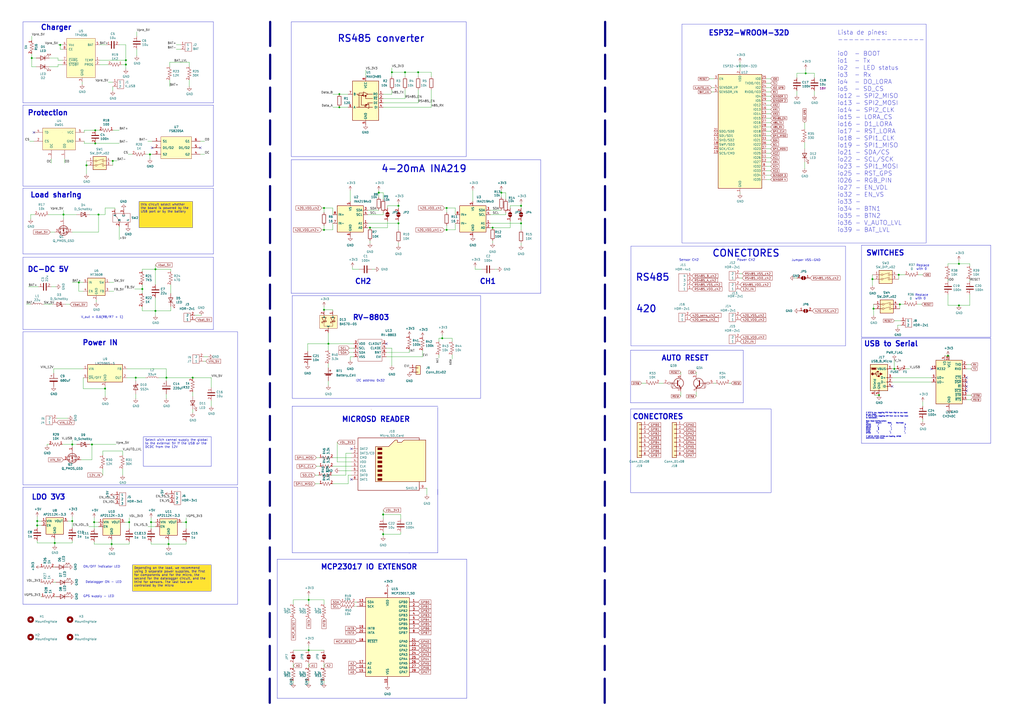
<source format=kicad_sch>
(kicad_sch (version 20231120) (generator "eeschema") (generator_version "8.0")
  (paper "A2")
  (junction (at 87.63 302.895))
  (junction (at 90.17 180.34))
  (junction (at 64.77 315.595))
  (junction (at 259.08 133.35))
  (junction (at 73.025 37.465))
  (junction (at 187.96 120.65))
  (junction (at 222.25 309.88))
  (junction (at 86.995 89.535))
  (junction (at 57.15 124.46))
  (junction (at 50.165 95.885))
  (junction (at 506.095 161.925))
  (junction (at 196.85 54.61))
  (junction (at 60.96 225.425))
  (junction (at 256.54 196.215))
  (junction (at 97.79 315.595))
  (junction (at 290.83 111.76))
  (junction (at 190.5 199.39))
  (junction (at 302.26 129.54))
  (junction (at 65.405 93.345))
  (junction (at 179.07 377.19))
  (junction (at 31.75 314.96))
  (junction (at 78.74 219.075))
  (junction (at 302.26 119.38))
  (junction (at 242.57 41.91))
  (junction (at 234.95 41.91))
  (junction (at 74.93 302.895))
  (junction (at 55.245 75.565))
  (junction (at 18.415 33.655))
  (junction (at 41.91 257.81))
  (junction (at 179.07 347.98))
  (junction (at 231.14 129.54))
  (junction (at 36.83 124.46))
  (junction (at 96.52 219.075))
  (junction (at 34.925 26.035))
  (junction (at 21.59 304.8))
  (junction (at 187.96 179.705))
  (junction (at 21.59 302.26))
  (junction (at 41.91 302.26))
  (junction (at 90.17 156.21))
  (junction (at 187.96 133.35))
  (junction (at 73.025 34.925))
  (junction (at 219.71 111.76))
  (junction (at 222.25 298.45))
  (junction (at 53.34 257.81))
  (junction (at 214.63 132.08))
  (junction (at 111.76 219.075))
  (junction (at 82.55 167.64))
  (junction (at 55.245 83.185))
  (junction (at 54.61 302.895))
  (junction (at 556.26 177.165))
  (junction (at 45.72 163.83))
  (junction (at 509.905 229.235))
  (junction (at 518.795 213.995))
  (junction (at 521.335 159.385))
  (junction (at 231.14 119.38))
  (junction (at 227.33 41.91))
  (junction (at 285.75 132.08))
  (junction (at 467.36 42.545))
  (junction (at 506.73 179.07))
  (junction (at 556.26 153.035))
  (junction (at 259.08 120.65))
  (junction (at 196.85 62.23))
  (junction (at 549.91 206.375))
  (junction (at 521.97 176.53))
  (junction (at 107.95 302.895))
  (no_connect (at 88.265 85.725))
  (no_connect (at 224.155 199.39))
  (no_connect (at 517.525 224.155))
  (no_connect (at 203.835 278.13))
  (no_connect (at 116.205 85.725))
  (no_connect (at 540.385 213.995))
  (no_connect (at 560.705 224.155))
  (no_connect (at 203.835 260.35))
  (no_connect (at 560.705 219.075))
  (no_connect (at 560.705 226.695))
  (no_connect (at 560.705 221.615))
  (no_connect (at 19.685 76.835))
  (wire (pts (xy 96.52 213.995) (xy 96.52 219.075)))
  (wire (pts (xy 506.73 176.53) (xy 506.73 179.07)))
  (wire (pts (xy 213.36 129.54) (xy 231.14 129.54)))
  (wire (pts (xy 562.61 153.035) (xy 556.26 153.035)))
  (wire (pts (xy 227.33 39.37) (xy 227.33 41.91)))
  (wire (pts (xy 41.91 257.81) (xy 41.91 255.27)))
  (wire (pts (xy 87.63 302.895) (xy 90.17 302.895)))
  (wire (pts (xy 183.515 270.51) (xy 185.42 270.51)))
  (wire (pts (xy 462.28 42.545) (xy 467.36 42.545)))
  (wire (pts (xy 285.75 132.08) (xy 295.91 132.08)))
  (wire (pts (xy 245.11 207.01) (xy 245.11 203.2)))
  (wire (pts (xy 466.725 71.12) (xy 466.725 74.93)))
  (wire (pts (xy 31.75 328.93) (xy 31.115 328.93)))
  (wire (pts (xy 190.5 199.39) (xy 178.435 199.39)))
  (wire (pts (xy 203.2 110.49) (xy 203.2 116.84)))
  (polyline (pts (xy 351.028 12.7) (xy 350.774 408.178)) (stroke (width 1.27) (type dash) (color 0 0 125 1)))
  (polyline (pts (xy 123.825 149.225) (xy 123.825 191.135)))
  (wire (pts (xy 25.4 176.53) (xy 30.48 176.53)))
  (wire (pts (xy 79.375 28.575) (xy 79.375 32.385)))
  (wire (pts (xy 41.91 299.72) (xy 41.91 302.26)))
  (wire (pts (xy 257.81 120.65) (xy 259.08 120.65)))
  (wire (pts (xy 372.11 222.25) (xy 374.65 222.25)))
  (wire (pts (xy 36.83 124.46) (xy 36.83 127)))
  (polyline (pts (xy 13.335 109.22) (xy 13.335 147.32)))
  (wire (pts (xy 116.205 81.915) (xy 118.745 81.915)))
  (wire (pts (xy 20.32 124.46) (xy 17.78 124.46)))
  (wire (pts (xy 254.635 196.215) (xy 256.54 196.215)))
  (polyline (pts (xy 13.335 12.7) (xy 123.825 12.7)))
  (wire (pts (xy 48.895 81.915) (xy 48.895 83.185)))
  (wire (pts (xy 28.575 257.81) (xy 27.305 257.81)))
  (wire (pts (xy 227.33 41.91) (xy 227.33 44.45)))
  (wire (pts (xy 444.5 76.2) (xy 447.04 76.2)))
  (wire (pts (xy 86.995 89.535) (xy 86.995 92.075)))
  (wire (pts (xy 204.47 156.21) (xy 208.28 156.21)))
  (polyline (pts (xy 431.165 203.2) (xy 431.165 233.68)))
  (polyline (pts (xy 431.165 233.68) (xy 365.76 233.68)))
  (wire (pts (xy 562.61 154.305) (xy 562.61 153.035)))
  (wire (pts (xy 179.07 374.65) (xy 179.07 377.19)))
  (wire (pts (xy 50.165 95.885) (xy 50.165 100.965)))
  (wire (pts (xy 48.895 76.835) (xy 48.895 75.565)))
  (wire (pts (xy 290.83 111.76) (xy 293.37 111.76)))
  (wire (pts (xy 74.93 300.355) (xy 74.93 302.895)))
  (wire (pts (xy 39.37 302.26) (xy 41.91 302.26)))
  (wire (pts (xy 222.25 309.88) (xy 232.41 309.88)))
  (wire (pts (xy 96.52 219.075) (xy 96.52 220.98)))
  (wire (pts (xy 227.33 201.93) (xy 227.33 212.09)))
  (wire (pts (xy 87.63 314.325) (xy 87.63 315.595)))
  (wire (pts (xy 187.96 179.705) (xy 193.04 179.705)))
  (polyline (pts (xy 574.675 142.24) (xy 574.675 195.58)))
  (wire (pts (xy 232.41 300.99) (xy 232.41 298.45)))
  (wire (pts (xy 33.02 242.57) (xy 39.37 242.57)))
  (wire (pts (xy 182.88 275.59) (xy 184.785 275.59)))
  (wire (pts (xy 222.25 298.45) (xy 232.41 298.45)))
  (wire (pts (xy 41.91 257.81) (xy 41.91 259.08)))
  (wire (pts (xy 45.72 168.91) (xy 48.26 168.91)))
  (wire (pts (xy 41.91 314.96) (xy 41.91 313.69)))
  (wire (pts (xy 444.5 101.6) (xy 447.04 101.6)))
  (wire (pts (xy 525.145 213.995) (xy 527.685 213.995)))
  (wire (pts (xy 73.66 219.075) (xy 78.74 219.075)))
  (wire (pts (xy 48.26 163.83) (xy 45.72 163.83)))
  (wire (pts (xy 403.86 217.17) (xy 403.86 215.9)))
  (wire (pts (xy 214.63 132.08) (xy 224.79 132.08)))
  (wire (pts (xy 518.795 186.055) (xy 522.605 186.055)))
  (wire (pts (xy 32.385 346.075) (xy 31.75 346.075)))
  (wire (pts (xy 118.11 207.01) (xy 120.65 207.01)))
  (wire (pts (xy 193.04 180.34) (xy 193.04 179.705)))
  (wire (pts (xy 411.48 45.72) (xy 414.02 45.72)))
  (wire (pts (xy 293.37 111.76) (xy 293.37 115.57)))
  (wire (pts (xy 73.025 34.925) (xy 73.025 37.465)))
  (wire (pts (xy 33.655 38.735) (xy 33.655 37.465)))
  (wire (pts (xy 45.72 163.83) (xy 45.72 168.91)))
  (wire (pts (xy 57.15 134.62) (xy 57.15 124.46)))
  (wire (pts (xy 518.795 213.995) (xy 518.795 208.915)))
  (wire (pts (xy 88.265 81.915) (xy 85.725 81.915)))
  (wire (pts (xy 170.18 347.98) (xy 179.07 347.98)))
  (wire (pts (xy 170.18 347.98) (xy 170.18 350.52)))
  (wire (pts (xy 201.93 275.59) (xy 201.93 280.67)))
  (wire (pts (xy 190.5 193.04) (xy 190.5 199.39)))
  (wire (pts (xy 535.305 243.205) (xy 535.305 244.475)))
  (wire (pts (xy 556.26 153.035) (xy 549.91 153.035)))
  (wire (pts (xy 231.14 118.11) (xy 231.14 119.38)))
  (wire (pts (xy 21.59 306.07) (xy 21.59 304.8)))
  (polyline (pts (xy 168.91 92.71) (xy 168.91 170.18)))
  (wire (pts (xy 187.96 177.8) (xy 187.96 179.705)))
  (wire (pts (xy 444.5 81.28) (xy 447.04 81.28)))
  (wire (pts (xy 179.07 347.98) (xy 187.96 347.98)))
  (wire (pts (xy 90.17 172.72) (xy 90.17 180.34)))
  (wire (pts (xy 17.78 176.53) (xy 15.24 176.53)))
  (wire (pts (xy 466.725 82.55) (xy 466.725 86.36)))
  (polyline (pts (xy 123.825 12.7) (xy 123.825 59.69)))
  (wire (pts (xy 182.88 280.67) (xy 185.42 280.67)))
  (wire (pts (xy 227.33 41.91) (xy 234.95 41.91)))
  (wire (pts (xy 506.095 161.925) (xy 506.095 165.735)))
  (wire (pts (xy 222.25 309.88) (xy 222.25 311.15)))
  (wire (pts (xy 109.855 38.735) (xy 109.855 36.195)))
  (wire (pts (xy 562.61 163.195) (xy 562.61 161.925)))
  (polyline (pts (xy 313.69 170.18) (xy 168.91 170.18)))
  (wire (pts (xy 275.59 156.21) (xy 279.4 156.21)))
  (wire (pts (xy 224.155 207.01) (xy 245.11 207.01)))
  (wire (pts (xy 525.145 159.385) (xy 521.335 159.385)))
  (wire (pts (xy 205.74 351.79) (xy 207.01 351.79)))
  (wire (pts (xy 222.25 57.15) (xy 234.95 57.15)))
  (polyline (pts (xy 499.745 195.58) (xy 499.745 142.24)))
  (wire (pts (xy 55.245 83.185) (xy 69.215 83.185)))
  (wire (pts (xy 190.5 223.52) (xy 190.5 220.98)))
  (wire (pts (xy 472.44 52.705) (xy 472.44 55.245)))
  (wire (pts (xy 187.96 120.65) (xy 193.04 120.65)))
  (wire (pts (xy 41.91 134.62) (xy 57.15 134.62)))
  (polyline (pts (xy 156.718 12.7) (xy 156.464 407.67)) (stroke (width 1.27) (type dash) (color 0 0 125 1)))
  (wire (pts (xy 179.07 387.35) (xy 179.07 384.81)))
  (wire (pts (xy 444.5 68.58) (xy 447.04 68.58)))
  (wire (pts (xy 259.08 133.35) (xy 259.08 130.81)))
  (wire (pts (xy 222.25 123.19) (xy 222.25 124.46)))
  (polyline (pts (xy 13.335 350.52) (xy 15.24 350.52)))
  (polyline (pts (xy 13.335 149.225) (xy 13.335 191.135)))
  (wire (pts (xy 109.855 36.195) (xy 98.425 36.195)))
  (wire (pts (xy 254.635 207.645) (xy 254.635 205.74)))
  (wire (pts (xy 231.14 128.27) (xy 231.14 129.54)))
  (wire (pts (xy 521.97 176.53) (xy 521.97 179.07)))
  (wire (pts (xy 60.96 124.46) (xy 57.15 124.46)))
  (wire (pts (xy 467.36 42.545) (xy 467.36 40.005)))
  (wire (pts (xy 21.59 302.26) (xy 21.59 299.72)))
  (wire (pts (xy 295.91 128.27) (xy 295.91 132.08)))
  (wire (pts (xy 302.26 142.24) (xy 302.26 140.97)))
  (wire (pts (xy 54.61 314.325) (xy 54.61 315.595)))
  (wire (pts (xy 187.96 120.65) (xy 187.96 123.19)))
  (wire (pts (xy 237.49 204.47) (xy 237.49 202.565)))
  (wire (pts (xy 444.5 78.74) (xy 447.04 78.74)))
  (polyline (pts (xy 123.825 60.96) (xy 123.825 107.95)))
  (wire (pts (xy 31.115 213.995) (xy 31.115 216.535)))
  (wire (pts (xy 295.91 120.65) (xy 295.91 119.38)))
  (wire (pts (xy 31.75 314.96) (xy 41.91 314.96)))
  (wire (pts (xy 227.33 52.07) (xy 227.33 54.61)))
  (wire (pts (xy 122.555 224.79) (xy 122.555 219.075)))
  (wire (pts (xy 549.91 177.165) (xy 556.26 177.165)))
  (wire (pts (xy 51.435 305.435) (xy 57.15 305.435)))
  (wire (pts (xy 222.25 54.61) (xy 227.33 54.61)))
  (wire (pts (xy 196.85 62.23) (xy 201.93 62.23)))
  (wire (pts (xy 71.12 275.59) (xy 71.12 271.78)))
  (wire (pts (xy 57.15 124.46) (xy 52.07 124.46)))
  (wire (pts (xy 97.79 313.055) (xy 97.79 315.595)))
  (wire (pts (xy 200.66 262.89) (xy 200.66 275.59)))
  (wire (pts (xy 60.96 120.65) (xy 66.675 120.65)))
  (wire (pts (xy 290.83 110.49) (xy 290.83 111.76)))
  (wire (pts (xy 59.69 261.62) (xy 59.69 264.16)))
  (polyline (pts (xy 137.795 350.52) (xy 137.795 282.575)))
  (wire (pts (xy 444.5 66.04) (xy 447.04 66.04)))
  (wire (pts (xy 232.41 308.61) (xy 232.41 309.88)))
  (wire (pts (xy 186.69 133.35) (xy 187.96 133.35)))
  (wire (pts (xy 203.2 207.01) (xy 205.105 207.01)))
  (wire (pts (xy 73.025 26.035) (xy 73.025 34.925)))
  (wire (pts (xy 202.565 201.93) (xy 205.105 201.93)))
  (wire (pts (xy 264.16 133.35) (xy 264.16 129.54)))
  (wire (pts (xy 302.26 129.54) (xy 302.26 133.35)))
  (wire (pts (xy 262.255 196.215) (xy 256.54 196.215)))
  (wire (pts (xy 170.18 396.24) (xy 170.18 394.97)))
  (wire (pts (xy 234.95 41.91) (xy 242.57 41.91)))
  (wire (pts (xy 46.99 266.7) (xy 53.34 266.7)))
  (wire (pts (xy 472.44 42.545) (xy 472.44 45.085)))
  (wire (pts (xy 99.06 156.21) (xy 99.06 157.48)))
  (wire (pts (xy 195.58 267.97) (xy 203.835 267.97)))
  (wire (pts (xy 222.25 62.23) (xy 250.19 62.23)))
  (wire (pts (xy 414.02 50.8) (xy 412.75 50.8)))
  (wire (pts (xy 287.02 156.21) (xy 288.29 156.21)))
  (wire (pts (xy 461.01 161.29) (xy 462.28 161.29)))
  (wire (pts (xy 250.19 62.23) (xy 250.19 52.07)))
  (wire (pts (xy 36.83 124.46) (xy 36.83 121.92)))
  (wire (pts (xy 64.77 316.865) (xy 64.77 315.595)))
  (wire (pts (xy 444.5 83.82) (xy 447.04 83.82)))
  (wire (pts (xy 254.635 198.12) (xy 254.635 196.215)))
  (wire (pts (xy 520.7 188.595) (xy 520.7 189.865)))
  (wire (pts (xy 202.565 204.47) (xy 205.105 204.47)))
  (wire (pts (xy 444.5 96.52) (xy 447.04 96.52)))
  (wire (pts (xy 63.5 168.91) (xy 66.04 168.91)))
  (polyline (pts (xy 13.335 59.69) (xy 13.335 12.7)))
  (wire (pts (xy 54.61 302.895) (xy 57.15 302.895)))
  (polyline (pts (xy 237.49 321.31) (xy 237.49 321.31)))
  (wire (pts (xy 21.59 302.26) (xy 24.13 302.26)))
  (wire (pts (xy 562.61 177.165) (xy 562.61 170.815)))
  (wire (pts (xy 36.195 26.035) (xy 34.925 26.035)))
  (wire (pts (xy 242.57 41.91) (xy 242.57 44.45)))
  (wire (pts (xy 414.02 53.34) (xy 412.75 53.34)))
  (wire (pts (xy 122.555 219.075) (xy 111.76 219.075)))
  (wire (pts (xy 205.74 349.25) (xy 207.01 349.25)))
  (wire (pts (xy 28.575 33.655) (xy 33.655 33.655)))
  (wire (pts (xy 170.18 377.19) (xy 179.07 377.19)))
  (wire (pts (xy 302.26 118.11) (xy 302.26 119.38)))
  (wire (pts (xy 462.28 45.085) (xy 462.28 42.545)))
  (wire (pts (xy 222.25 308.61) (xy 222.25 309.88)))
  (wire (pts (xy 65.405 75.565) (xy 69.215 75.565)))
  (wire (pts (xy 507.365 229.235) (xy 509.905 229.235)))
  (wire (pts (xy 104.775 26.035) (xy 102.235 26.035)))
  (wire (pts (xy 429.26 161.29) (xy 430.53 161.29)))
  (wire (pts (xy 190.5 199.39) (xy 190.5 203.2)))
  (wire (pts (xy 57.785 34.925) (xy 73.025 34.925)))
  (wire (pts (xy 467.36 42.545) (xy 472.44 42.545)))
  (wire (pts (xy 65.405 93.345) (xy 67.945 93.345)))
  (wire (pts (xy 33.655 37.465) (xy 36.195 37.465)))
  (wire (pts (xy 111.76 227.33) (xy 111.76 229.87)))
  (wire (pts (xy 429.26 158.75) (xy 430.53 158.75)))
  (wire (pts (xy 107.95 315.595) (xy 107.95 314.325)))
  (wire (pts (xy 224.155 204.47) (xy 237.49 204.47)))
  (wire (pts (xy 82.55 156.21) (xy 90.17 156.21)))
  (polyline (pts (xy 574.675 195.58) (xy 499.745 195.58)))
  (wire (pts (xy 224.79 119.38) (xy 231.14 119.38)))
  (polyline (pts (xy 13.335 147.32) (xy 123.825 147.32)))
  (polyline (pts (xy 499.745 196.215) (xy 574.675 196.215)))
  (wire (pts (xy 74.93 302.895) (xy 74.93 306.705)))
  (wire (pts (xy 444.5 71.12) (xy 447.04 71.12)))
  (polyline (pts (xy 254 320.675) (xy 254 283.845)))
  (wire (pts (xy 59.69 271.78) (xy 59.69 275.59)))
  (wire (pts (xy 55.88 173.99) (xy 55.88 175.26)))
  (wire (pts (xy 274.32 110.49) (xy 274.32 116.84)))
  (wire (pts (xy 193.04 62.23) (xy 196.85 62.23)))
  (wire (pts (xy 560.705 229.235) (xy 563.372 229.235)))
  (wire (pts (xy 107.95 302.895) (xy 107.95 306.705)))
  (wire (pts (xy 82.55 156.21) (xy 82.55 157.48)))
  (wire (pts (xy 517.525 221.615) (xy 540.385 221.615)))
  (wire (pts (xy 74.93 315.595) (xy 74.93 314.325)))
  (wire (pts (xy 262.255 205.74) (xy 262.255 208.28)))
  (wire (pts (xy 242.57 59.69) (xy 242.57 52.07)))
  (wire (pts (xy 231.14 119.38) (xy 231.14 120.65)))
  (wire (pts (xy 213.36 124.46) (xy 222.25 124.46)))
  (polyline (pts (xy 13.335 149.225) (xy 123.825 149.225)))
  (wire (pts (xy 556.26 151.13) (xy 556.26 153.035)))
  (wire (pts (xy 21.59 313.69) (xy 21.59 314.96)))
  (wire (pts (xy 247.65 283.21) (xy 247.65 287.02)))
  (polyline (pts (xy 499.745 142.24) (xy 574.675 142.24)))
  (wire (pts (xy 111.76 239.395) (xy 111.76 237.49)))
  (wire (pts (xy 444.5 53.34) (xy 447.04 53.34)))
  (wire (pts (xy 41.91 302.26) (xy 41.91 306.07)))
  (wire (pts (xy 18.415 33.655) (xy 20.955 33.655)))
  (polyline (pts (xy 13.335 109.22) (xy 123.825 109.22)))
  (polyline (pts (xy 15.24 350.52) (xy 137.795 350.52)))
  (wire (pts (xy 96.52 231.14) (xy 96.52 228.6)))
  (wire (pts (xy 231.14 129.54) (xy 231.14 133.35)))
  (wire (pts (xy 550.545 206.375) (xy 549.91 206.375)))
  (wire (pts (xy 82.55 180.34) (xy 90.17 180.34)))
  (polyline (pts (xy 237.49 320.675) (xy 254 320.675)))
  (wire (pts (xy 65.405 93.345) (xy 65.405 95.885)))
  (wire (pts (xy 382.27 222.25) (xy 384.81 222.25)))
  (wire (pts (xy 415.29 222.25) (xy 414.02 222.25)))
  (wire (pts (xy 16.51 166.37) (xy 22.225 166.37)))
  (wire (pts (xy 187.96 133.35) (xy 187.96 130.81)))
  (polyline (pts (xy 313.69 92.71) (xy 313.69 170.18)))
  (wire (pts (xy 45.72 163.83) (xy 41.91 163.83)))
  (wire (pts (xy 522.605 188.595) (xy 520.7 188.595)))
  (wire (pts (xy 444.5 63.5) (xy 447.04 63.5)))
  (wire (pts (xy 222.25 295.91) (xy 222.25 298.45)))
  (wire (pts (xy 48.895 75.565) (xy 55.245 75.565)))
  (wire (pts (xy 444.5 58.42) (xy 447.04 58.42)))
  (polyline (pts (xy 123.825 107.95) (xy 13.335 107.95)))
  (wire (pts (xy 203.2 208.915) (xy 203.2 207.01)))
  (wire (pts (xy 264.16 120.65) (xy 264.16 124.46)))
  (wire (pts (xy 90.17 156.21) (xy 99.06 156.21)))
  (wire (pts (xy 213.36 132.08) (xy 214.63 132.08)))
  (wire (pts (xy 224.155 201.93) (xy 227.33 201.93)))
  (wire (pts (xy 444.5 55.88) (xy 447.04 55.88)))
  (wire (pts (xy 48.26 225.425) (xy 60.96 225.425)))
  (wire (pts (xy 193.04 120.65) (xy 193.04 124.46)))
  (wire (pts (xy 21.59 314.96) (xy 31.75 314.96)))
  (wire (pts (xy 222.25 59.69) (xy 242.57 59.69)))
  (wire (pts (xy 99.06 170.18) (xy 99.06 165.1)))
  (wire (pts (xy 219.71 110.49) (xy 219.71 111.76)))
  (wire (pts (xy 549.91 163.195) (xy 549.91 161.925)))
  (wire (pts (xy 262.255 196.215) (xy 262.255 198.12)))
  (wire (pts (xy 178.435 199.39) (xy 178.435 203.835)))
  (wire (pts (xy 462.28 52.705) (xy 462.28 55.245)))
  (wire (pts (xy 85.725 305.435) (xy 90.17 305.435)))
  (wire (pts (xy 65.405 50.165) (xy 65.405 52.705)))
  (wire (pts (xy 403.86 227.33) (xy 403.86 229.87)))
  (wire (pts (xy 556.26 177.165) (xy 562.61 177.165)))
  (wire (pts (xy 193.04 270.51) (xy 203.835 270.51)))
  (wire (pts (xy 24.13 304.8) (xy 21.59 304.8)))
  (wire (pts (xy 284.48 124.46) (xy 293.37 124.46)))
  (wire (pts (xy 213.36 121.92) (xy 219.71 121.92)))
  (polyline (pts (xy 254 236.22) (xy 254 287.02)))
  (polyline (pts (xy 123.825 191.135) (xy 13.335 191.135)))
  (wire (pts (xy 116.84 182.88) (xy 113.03 182.88)))
  (wire (pts (xy 179.07 345.44) (xy 179.07 347.98)))
  (wire (pts (xy 187.96 179.705) (xy 187.96 180.34)))
  (wire (pts (xy 444.5 73.66) (xy 447.04 73.66)))
  (wire (pts (xy 466.725 93.98) (xy 466.725 97.79)))
  (wire (pts (xy 78.74 219.075) (xy 84.455 219.075)))
  (wire (pts (xy 55.245 75.565) (xy 57.785 75.565)))
  (wire (pts (xy 54.61 302.895) (xy 54.61 300.355)))
  (wire (pts (xy 82.55 177.8) (xy 82.55 180.34)))
  (wire (pts (xy 47.625 47.625) (xy 47.625 48.895)))
  (wire (pts (xy 196.85 273.05) (xy 203.835 273.05)))
  (wire (pts (xy 231.14 142.24) (xy 231.14 140.97)))
  (wire (pts (xy 28.575 38.735) (xy 33.655 38.735)))
  (wire (pts (xy 19.685 81.915) (xy 17.145 81.915)))
  (polyline (pts (xy 499.745 257.175) (xy 499.745 196.215)))
  (wire (pts (xy 193.04 54.61) (xy 196.85 54.61)))
  (polyline (pts (xy 13.335 282.575) (xy 13.335 350.52)))
  (wire (pts (xy 73.66 213.995) (xy 96.52 213.995)))
  (wire (pts (xy 98.425 36.195) (xy 98.425 38.735)))
  (polyline (pts (xy 168.91 92.71) (xy 313.69 92.71)))
  (wire (pts (xy 105.41 302.895) (xy 107.95 302.895)))
  (wire (pts (xy 38.1 176.53) (xy 40.64 176.53)))
  (polyline (pts (xy 574.675 196.215) (xy 574.675 257.175)))
  (wire (pts (xy 549.91 170.815) (xy 549.91 177.165)))
  (wire (pts (xy 54.61 315.595) (xy 64.77 315.595)))
  (wire (pts (xy 87.63 302.895) (xy 87.63 306.705)))
  (wire (pts (xy 78.105 167.64) (xy 82.55 167.64)))
  (wire (pts (xy 204.47 154.94) (xy 204.47 156.21)))
  (wire (pts (xy 222.25 298.45) (xy 222.25 300.99)))
  (wire (pts (xy 72.39 302.895) (xy 74.93 302.895)))
  (wire (pts (xy 302.26 119.38) (xy 302.26 120.65)))
  (polyline (pts (xy 365.76 233.68) (xy 365.76 203.2)))
  (wire (pts (xy 186.69 120.65) (xy 187.96 120.65)))
  (wire (pts (xy 444.5 91.44) (xy 447.04 91.44)))
  (wire (pts (xy 78.74 228.6) (xy 78.74 231.14)))
  (wire (pts (xy 122.555 232.41) (xy 122.555 235.585)))
  (wire (pts (xy 48.26 219.075) (xy 48.26 225.425)))
  (wire (pts (xy 444.5 93.98) (xy 447.04 93.98)))
  (wire (pts (xy 560.705 213.995) (xy 563.245 213.995)))
  (wire (pts (xy 18.415 33.655) (xy 18.415 38.735)))
  (wire (pts (xy 302.26 128.27) (xy 302.26 129.54)))
  (wire (pts (xy 53.34 257.81) (xy 52.07 257.81)))
  (wire (pts (xy 444.5 99.06) (xy 447.04 99.06)))
  (wire (pts (xy 48.26 213.995) (xy 31.115 213.995)))
  (wire (pts (xy 193.04 133.35) (xy 193.04 129.54)))
  (wire (pts (xy 33.655 34.925) (xy 36.195 34.925)))
  (wire (pts (xy 532.765 159.385) (xy 535.305 159.385)))
  (wire (pts (xy 224.79 120.65) (xy 224.79 119.38)))
  (wire (pts (xy 60.96 229.87) (xy 60.96 225.425)))
  (wire (pts (xy 429.26 40.64) (xy 429.26 36.195)))
  (wire (pts (xy 104.775 28.575) (xy 102.235 28.575)))
  (wire (pts (xy 444.5 60.96) (xy 447.04 60.96)))
  (wire (pts (xy 71.12 261.62) (xy 59.69 261.62)))
  (wire (pts (xy 215.9 156.21) (xy 217.17 156.21)))
  (wire (pts (xy 50.165 93.345) (xy 50.165 95.885)))
  (wire (pts (xy 187.96 133.35) (xy 193.04 133.35)))
  (wire (pts (xy 179.07 396.24) (xy 179.07 394.97)))
  (wire (pts (xy 444.5 48.26) (xy 447.04 48.26)))
  (wire (pts (xy 187.96 387.35) (xy 187.96 384.81)))
  (wire (pts (xy 82.55 165.1) (xy 82.55 167.64)))
  (wire (pts (xy 90.17 156.21) (xy 90.17 165.1)))
  (wire (pts (xy 250.19 44.45) (xy 250.19 41.91)))
  (polyline (pts (xy 123.825 109.22) (xy 123.825 147.32)))
  (wire (pts (xy 518.795 213.995) (xy 520.065 213.995)))
  (polyline (pts (xy 169.545 320.675) (xy 169.545 235.585)))
  (wire (pts (xy 234.95 41.91) (xy 234.95 44.45)))
  (wire (pts (xy 109.855 50.165) (xy 109.855 46.355)))
  (wire (pts (xy 444.5 104.14) (xy 447.04 104.14)))
  (polyline (pts (xy 13.335 107.95) (xy 13.335 60.96)))
  (wire (pts (xy 422.91 222.25) (xy 424.18 222.25)))
  (wire (pts (xy 444.5 45.72) (xy 447.04 45.72)))
  (wire (pts (xy 18.415 38.735) (xy 20.955 38.735)))
  (wire (pts (xy 87.63 315.595) (xy 97.79 315.595)))
  (wire (pts (xy 224.79 128.27) (xy 224.79 132.08)))
  (wire (pts (xy 97.79 315.595) (xy 107.95 315.595)))
  (wire (pts (xy 219.71 114.3) (xy 219.71 111.76)))
  (wire (pts (xy 532.13 176.53) (xy 534.67 176.53)))
  (polyline (pts (xy 169.545 320.675) (xy 237.49 320.675)))
  (wire (pts (xy 27.305 257.81) (xy 27.305 258.445)))
  (wire (pts (xy 193.04 280.67) (xy 201.93 280.67)))
  (wire (pts (xy 73.025 37.465) (xy 73.025 40.005)))
  (wire (pts (xy 37.465 92.075) (xy 37.465 94.615)))
  (wire (pts (xy 524.51 176.53) (xy 521.97 176.53)))
  (wire (pts (xy 34.925 26.035) (xy 33.655 26.035)))
  (wire (pts (xy 284.48 121.92) (xy 290.83 121.92)))
  (wire (pts (xy 285.75 140.97) (xy 285.75 139.7)))
  (wire (pts (xy 64.77 315.595) (xy 74.93 315.595)))
  (wire (pts (xy 31.75 312.42) (xy 31.75 314.96)))
  (wire (pts (xy 192.405 275.59) (xy 200.66 275.59)))
  (wire (pts (xy 560.705 231.775) (xy 563.245 231.775)))
  (wire (pts (xy 506.73 182.88) (xy 506.73 179.07)))
  (wire (pts (xy 21.59 304.8) (xy 21.59 302.26)))
  (wire (pts (xy 18.415 23.495) (xy 18.415 20.955)))
  (wire (pts (xy 234.95 57.15) (xy 234.95 52.07)))
  (wire (pts (xy 53.34 257.81) (xy 67.31 257.81)))
  (wire (pts (xy 99.06 180.34) (xy 90.17 180.34)))
  (wire (pts (xy 79.375 20.955) (xy 79.375 18.415)))
  (wire (pts (xy 200.66 262.89) (xy 203.835 262.89)))
  (wire (pts (xy 212.09 44.45) (xy 212.09 40.64)))
  (wire (pts (xy 107.95 300.355) (xy 107.95 302.895)))
  (wire (pts (xy 506.095 159.385) (xy 506.095 161.925)))
  (wire (pts (xy 219.71 111.76) (xy 222.25 111.76)))
  (wire (pts (xy 17.78 124.46) (xy 17.78 127)))
  (wire (pts (xy 60.96 225.425) (xy 60.96 224.155)))
  (wire (pts (xy 193.04 265.43) (xy 203.835 265.43)))
  (wire (pts (xy 535.305 235.585) (xy 535.305 233.045)))
  (wire (pts (xy 222.25 111.76) (xy 222.25 115.57)))
  (polyline (pts (xy 365.76 203.2) (xy 431.165 203.2)))
  (wire (pts (xy 259.08 120.65) (xy 264.16 120.65)))
  (wire (pts (xy 111.76 219.075) (xy 111.76 219.71)))
  (wire (pts (xy 78.74 219.075) (xy 78.74 220.98)))
  (wire (pts (xy 69.215 26.035) (xy 73.025 26.035)))
  (polyline (pts (xy 13.335 282.575) (xy 137.795 282.575)))
  (wire (pts (xy 90.17 153.67) (xy 90.17 156.21)))
  (wire (pts (xy 31.75 134.62) (xy 29.21 134.62)))
  (wire (pts (xy 187.96 396.24) (xy 187.96 394.97)))
  (wire (pts (xy 63.5 163.83) (xy 66.04 163.83)))
  (wire (pts (xy 179.07 377.19) (xy 187.96 377.19)))
  (polyline (pts (xy 123.825 59.69) (xy 13.335 59.69)))
  (wire (pts (xy 295.91 119.38) (xy 302.26 119.38)))
  (wire (pts (xy 429.26 111.76) (xy 429.26 112.395)))
  (wire (pts (xy 57.785 26.035) (xy 61.595 26.035)))
  (wire (pts (xy 214.63 140.97) (xy 214.63 139.7)))
  (polyline (pts (xy 169.545 235.585) (xy 254 235.585)))
  (wire (pts (xy 517.525 213.995) (xy 518.795 213.995)))
  (wire (pts (xy 53.34 266.7) (xy 53.34 257.81)))
  (polyline (pts (xy 13.335 60.96) (xy 123.825 60.96)))
  (wire (pts (xy 65.405 47.625) (xy 62.865 47.625)))
  (wire (pts (xy 36.83 124.46) (xy 27.94 124.46)))
  (wire (pts (xy 97.79 316.865) (xy 97.79 315.595)))
  (wire (pts (xy 64.77 313.055) (xy 64.77 315.595)))
  (wire (pts (xy 96.52 219.075) (xy 111.76 219.075)))
  (wire (pts (xy 170.18 387.35) (xy 170.18 384.81)))
  (wire (pts (xy 257.81 133.35) (xy 259.08 133.35)))
  (wire (pts (xy 36.195 28.575) (xy 34.925 28.575)))
  (wire (pts (xy 190.5 213.36) (xy 190.5 210.82)))
  (wire (pts (xy 48.895 83.185) (xy 55.245 83.185)))
  (wire (pts (xy 179.07 347.98) (xy 179.07 350.52)))
  (wire (pts (xy 66.675 120.65) (xy 66.675 121.285)))
  (wire (pts (xy 34.925 28.575) (xy 34.925 26.035)))
  (wire (pts (xy 444.5 86.36) (xy 447.04 86.36)))
  (wire (pts (xy 549.91 206.375) (xy 548.005 206.375)))
  (wire (pts (xy 394.97 217.17) (xy 394.97 215.9)))
  (wire (pts (xy 284.48 129.54) (xy 302.26 129.54)))
  (wire (pts (xy 444.5 88.9) (xy 447.04 88.9)))
  (wire (pts (xy 116.205 89.535) (xy 118.745 89.535)))
  (wire (pts (xy 18.415 31.115) (xy 18.415 33.655)))
  (wire (pts (xy 69.215 131.445) (xy 69.215 139.065)))
  (wire (pts (xy 259.08 133.35) (xy 264.16 133.35)))
  (wire (pts (xy 54.61 302.895) (xy 54.61 306.705)))
  (wire (pts (xy 247.015 283.21) (xy 247.65 283.21)))
  (wire (pts (xy 31.75 316.23) (xy 31.75 314.96)))
  (wire (pts (xy 86.995 89.535) (xy 88.265 89.535)))
  (wire (pts (xy 23.495 346.075) (xy 24.13 346.075)))
  (wire (pts (xy 90.17 180.34) (xy 90.17 182.88)))
  (wire (pts (xy 118.11 209.55) (xy 119.38 209.55)))
  (wire (pts (xy 394.97 227.33) (xy 394.97 229.87)))
  (wire (pts (xy 521.335 159.385) (xy 521.335 161.925)))
  (wire (pts (xy 41.91 257.81) (xy 36.195 257.81)))
  (wire (pts (xy 29.845 166.37) (xy 32.385 166.37)))
  (wire (pts (xy 32.385 337.82) (xy 31.115 337.82)))
  (wire (pts (xy 84.455 89.535) (xy 86.995 89.535)))
  (wire (pts (xy 71.12 264.16) (xy 71.12 261.62)))
  (wire (pts (xy 259.08 120.65) (xy 259.08 123.19)))
  (wire (pts (xy 44.45 124.46) (xy 36.83 124.46)))
  (wire (pts (xy 293.37 123.19) (xy 293.37 124.46)))
  (wire (pts (xy 87.63 302.895) (xy 87.63 300.355)))
  (wire (pts (xy 33.655 33.655) (xy 33.655 34.925)))
  (wire (pts (xy 99.06 177.8) (xy 99.06 180.34)))
  (wire (pts (xy 44.45 257.81) (xy 41.91 257.81)))
  (wire (pts (xy 275.59 154.94) (xy 275.59 156.21)))
  (wire (pts (xy 560.705 211.455) (xy 563.245 211.455)))
  (wire (pts (xy 256.54 194.31) (xy 256.54 196.215)))
  (wire (pts (xy 196.85 54.61) (xy 201.93 54.61)))
  (wire (pts (xy 517.525 219.075) (xy 540.385 219.075)))
  (wire (pts (xy 444.5 50.8) (xy 447.04 50.8)))
  (wire (pts (xy 195.58 256.54) (xy 195.58 267.97)))
  (wire (pts (xy 549.91 154.305) (xy 549.91 153.035)))
  (wire (pts (xy 76.835 89.535) (xy 74.295 89.535)))
  (wire (pts (xy 60.96 120.65) (xy 60.96 124.46)))
  (wire (pts (xy 70.485 37.465) (xy 73.025 37.465)))
  (wire (pts (xy 183.515 265.43) (xy 185.42 265.43)))
  (wire (pts (xy 187.96 347.98) (xy 187.96 350.52)))
  (wire (pts (xy 57.785 37.465) (xy 62.865 37.465)))
  (wire (pts (xy 29.845 92.075) (xy 29.845 94.615)))
  (wire (pts (xy 250.19 41.91) (xy 242.57 41.91)))
  (wire (pts (xy 98.425 46.355) (xy 98.425 50.165)))
  (wire (pts (xy 82.55 167.64) (xy 82.55 170.18)))
  (wire (pts (xy 290.83 114.3) (xy 290.83 111.76)))
  (wire (pts (xy 190.5 199.39) (xy 205.105 199.39)))
  (wire (pts (xy 203.835 275.59) (xy 201.93 275.59)))
  (wire (pts (xy 92.075 219.075) (xy 96.52 219.075)))
  (polyline (pts (xy 574.675 257.175) (xy 499.745 257.175)))
  (wire (pts (xy 284.48 132.08) (xy 285.75 132.08)))
  (rectangle (start 160.782 324.358) (end 270.764 405.13))
  (rectangle (start 168.91 12.7) (end 270.51 90.805))
  (rectangle (start 366.014 142.748) (end 490.474 200.66))
  (rectangle (start 365.76 237.236) (end 447.294 285.75))
  (rectangle (start 395.605 13.97) (end 537.21 140.97))
  (rectangle (start 13.335 192.405) (end 137.795 281.305))
  (rectangle (start 169.545 171.45) (end 278.765 231.14))
  (text_box "Select wich cannal supply the global to the external 5V if the USB or the DCDC from the 12V\n" (at 83.185 253.365 0) (size 39.37 17.145) (effects (font (size 1.27 1.27)) (justify left top)))
  (text_box "Depending on the load, we recommend using 3 separate power supplies. the first for components and for the micro, the second for the datalogger circuit, and the third for sensors. The last two are controlled by the micro" (at 76.835 327.66 0) (size 45.72 15.24) (fill (type color) (color 255 227 49 1)) (effects (font (size 1.27 1.27)) (justify left top)))
  (text_box "this circuit select whether the board is powered by the USB port or by the battery" (at 80.645 116.84 0) (size 31.115 15.24) (fill (type color) (color 255 227 49 1)) (effects (font (size 1.27 1.27)) (justify left top)))
  (text "420" (at 368.808 181.61 0) (effects (font (size 4 4) (thickness 0.5994) (bold yes)) (justify left bottom)))
  (text "Replace \nwith 0" (at 530.86 173.99 0) (effects (font (size 1.27 1.27)) (justify left bottom)))
  (text "Lista de pines:\n----------------\n\nio0  - BOOT\nio1  - Tx\nio2  - LED status\nio3  - Rx\nio4  - DO_LORA\nio5  - SD_CS\nio12 - SPI2_MISO\nio13 - SPI2_MOSI\nio14 - SPI2_CLK \nio15 - LORA_CS\nio16 - D1_LORA\nio17 - RST_LORA\nio18 - SPI1_CLK\nio19 - SPI1_MISO\nio21 - SDA/CS\nio22 - SCL/SCK\nio23 - SPI1_MOSI\nio25 - RST_GPS\ni026 - RGB_PIN\nio27 - EN_VDL\nio32 - EN_VS\nio33 - \nio34 - BTN1\nio35 - BTN2\nio36 - V_AUTO_LVL\nio39 - BAT_LVL\n\n" (at 485.775 139.065 0) (effects (font (size 2.54 2.54)) (justify left bottom)))
  (text "Power CH2" (at 427.482 151.638 0) (effects (font (size 1.27 1.27)) (justify left bottom)))
  (text "RS485 converter" (at 195.58 24.765 0) (effects (font (size 4 4) (thickness 0.5994) (bold yes)) (justify left bottom)))
  (text "MCP23017 IO EXTENSOR" (at 185.928 330.708 0) (effects (font (size 2.9972 2.9972) (thickness 0.5994) (bold yes)) (justify left bottom)))
  (text "4-20mA INA219" (at 220.98 100.33 0) (effects (font (size 4 4) (thickness 0.5994) (bold yes)) (justify left bottom)))
  (text "Charger" (at 23.495 17.78 0) (effects (font (size 2.9972 2.9972) (thickness 0.5994) (bold yes)) (justify left bottom)))
  (text "USB to Serial" (at 501.015 201.295 0) (effects (font (size 2.9972 2.9972) (thickness 0.5994) (bold yes)) (justify left bottom)))
  (text "Datalogger ON - LED" (at 49.53 338.455 0) (effects (font (size 1.27 1.27)) (justify left bottom)))
  (text "ESP32-WROOM-32D" (at 410.845 20.955 0) (effects (font (size 2.9972 2.9972) (thickness 0.5994) (bold yes)) (justify left bottom)))
  (text "Replace \nwith 0" (at 531.495 156.845 0) (effects (font (size 1.27 1.27)) (justify left bottom)))
  (text "DC-DC 5V" (at 40.005 158.115 0) (effects (font (size 2.9972 2.9972) (thickness 0.5994) (bold yes)) (justify right bottom)))
  (text "SWITCHES" (at 502.285 148.59 0) (effects (font (size 2.9972 2.9972) (thickness 0.5994) (bold yes)) (justify left bottom)))
  (text "CH1" (at 278.13 165.1 0) (effects (font (size 2.9972 2.9972) (thickness 0.5994) (bold yes)) (justify left bottom)))
  (text "MICROSD READER" (at 198.12 245.11 0) (effects (font (size 2.9972 2.9972) (thickness 0.5994) (bold yes)) (justify left bottom)))
  (text "Power IN" (at 68.58 200.66 0) (effects (font (size 2.9972 2.9972) (thickness 0.5994) (bold yes)) (justify right bottom)))
  (text "AUTO RESET" (at 383.54 209.55 0) (effects (font (size 2.9972 2.9972) (thickness 0.5994) (bold yes)) (justify left bottom)))
  (text "If DTR is Low, toggling RTS from High to Low reset\nto run mode.\nIf RTS is High, toggling DTR from Low to High reset\nto bootloader.\n\nBoot Mode Configuration:\nPin         Default        Boot      Download\nGPIO0         1               1                0\nU0TXD        1               1                x\nGPIO2         0               x                0\nGPIO4         0               x                x\nMTDO        1               x                 x\nGPIO5         1              1                 x\n\nIf U0TXD, GPIO2, GPIO5 are floating, GPIO0\ndetermines boot mode." (at 502.285 254.635 0) (effects (font (size 0.6096 0.6096)) (justify left bottom)))
  (text "Protection" (at 15.875 67.31 0) (effects (font (size 2.9972 2.9972) (thickness 0.5994) (bold yes)) (justify left bottom)))
  (text "Jumper VSS-GND" (at 459.105 151.765 0) (effects (font (size 1.27 1.27)) (justify left bottom)))
  (text "GPS supply - LED\n" (at 48.26 346.71 0) (effects (font (size 1.27 1.27)) (justify left bottom)))
  (text "Sensor CH2\n" (at 393.954 151.638 0) (effects (font (size 1.27 1.27)) (justify left bottom)))
  (text "LDO 3V3" (at 38.1 290.195 0) (effects (font (size 2.9972 2.9972) (thickness 0.5994) (bold yes)) (justify right bottom)))
  (text "RS485" (at 368.554 163.322 0) (effects (font (size 4 4) (thickness 0.5994) (bold yes)) (justify left bottom)))
  (text "ON/OFF indicator LED" (at 48.26 329.565 0) (effects (font (size 1.27 1.27)) (justify left bottom)))
  (text "CH2" (at 205.74 165.1 0) (effects (font (size 2.9972 2.9972) (thickness 0.5994) (bold yes)) (justify left bottom)))
  (text "I2C addres: 0x32" (at 206.375 221.615 0) (effects (font (size 1.27 1.27)) (justify left bottom)))
  (text "CONECTORES" (at 413.004 149.352 0) (effects (font (size 4 4) (thickness 0.5994) (bold yes)) (justify left bottom)))
  (text "V_out = 0.6(R8/R7 + 1)" (at 46.99 184.785 0) (effects (font (size 1.27 1.27)) (justify left bottom)))
  (text "CONECTORES\n" (at 366.776 243.586 0) (effects (font (size 2.9972 2.9972) (thickness 0.5994) (bold yes)) (justify left bottom)))
  (text "RV-8803" (at 204.47 186.055 0) (effects (font (size 3 3) (thickness 0.6) (bold yes)) (justify left bottom)))
  (text "Load sharing" (at 47.625 114.935 0) (effects (font (size 2.9972 2.9972) (thickness 0.5994) (bold yes)) (justify right bottom)))
  (label "OC" (at 118.745 89.535 0))
  (label "Vpre_5V" (at 79.375 18.415 0))
  (label "RS485_EN" (at 234.95 57.15 0))
  (label "FB_5V" (at 78.105 167.64 180))
  (label "CS" (at 17.145 81.915 180))
  (label "Vpre_5V" (at 67.31 257.81 0))
  (label "BAT-" (at 102.235 28.575 180))
  (label "SDA" (at 214.63 121.92 0))
  (label "VDL_3V3" (at 74.93 300.355 0))
  (label "Vpre_5V" (at 33.655 26.035 180))
  (label "+5V" (at 69.215 139.065 0))
  (label "BAT+" (at 41.91 163.83 0))
  (label "BAT+" (at 98.425 50.165 0))
  (label "V_AUTO_LVL" (at 71.12 261.62 0))
  (label "V_USB" (at 527.685 213.995 0))
  (label "VS_3V3" (at 212.09 40.64 0))
  (label "BAT+" (at 69.215 75.565 0))
  (label "RS485_EN" (at 242.57 59.69 0))
  (label "EN_VS_S" (at 85.725 305.435 180))
  (label "Data_B" (at 193.04 54.61 180))
  (label "EN_VDL" (at 66.675 292.1 180))
  (label "OD" (at 37.465 94.615 0))
  (label "OD" (at 118.745 81.915 0))
  (label "EN_VDL_S" (at 51.435 305.435 180))
  (label "EN_VS_S" (at 98.425 288.925 180))
  (label "Vpre_5V" (at 62.865 47.625 180))
  (label "BAT-" (at 69.215 83.185 0))
  (label "BAT+" (at 15.24 176.53 0))
  (label "CS" (at 74.295 89.535 180))
  (label "SW_5V" (at 25.4 176.53 0))
  (label "IO0" (at 549.91 163.195 0))
  (label "V_USB" (at 41.91 255.27 180))
  (label "scl" (at 254.635 207.645 270))
  (label "EVI" (at 245.11 207.01 0))
  (label "SW_5V" (at 66.04 163.83 0))
  (label "VIN_5V" (at 122.555 219.075 0))
  (label "BAT-" (at 67.945 93.345 0))
  (label "BAT+" (at 102.235 26.035 180))
  (label "485_TX" (at 227.33 54.61 0))
  (label "VIN_12V" (at 31.115 213.995 180))
  (label "SCL" (at 214.63 124.46 0))
  (label "EN_VS" (at 98.425 291.465 180))
  (label "V_in" (at 518.795 210.185 0))
  (label "EN_VDL_S" (at 66.675 289.56 180))
  (label "EVI" (at 237.49 213.36 180))
  (label "INT" (at 237.49 204.47 0))
  (label "BAT+" (at 57.785 26.035 0))
  (label "SDA" (at 285.75 121.92 0))
  (label "BAT_LVL" (at 100.965 36.195 0))
  (label "BAT-" (at 85.725 81.915 180))
  (label "VDL_3V3" (at 23.495 337.82 180))
  (label "RESET" (at 562.61 163.195 0))
  (label "FB_5V" (at 66.04 168.91 0))
  (label "sda" (at 262.255 208.28 270))
  (label "Vpre_5V" (at 18.415 20.955 0))
  (label "VGPS_3V3" (at 23.495 346.075 180))
  (label "Data_A" (at 193.04 62.23 180))
  (label "SCL" (at 285.75 124.46 0))
  (label "BAT+" (at 16.51 166.37 0))
  (label "485_RX" (at 250.19 62.23 0))
  (label "VGPS_3V3" (at 107.95 300.355 0))
  (label "VS_3V3" (at 227.33 39.37 0))
  (label "OC" (at 29.845 94.615 180))
  (label "Vpre_5V" (at 36.83 121.92 180))
  (global_label "485_TX" (shape input) (at 447.04 71.12 0) (effects (font (size 1 1))) (property "Intersheetrefs" "${INTERSHEET_REFS}" (effects (hide yes))))
  (global_label "Vbat_5V" (shape input) (at 40.64 176.53 0) (property "Intersheetrefs" "${INTERSHEET_REFS}" (effects (hide yes))))
  (global_label "IO0" (shape input) (at 447.04 45.72 0) (effects (font (size 1 1))) (property "Intersheetrefs" "${INTERSHEET_REFS}" (effects (hide yes))))
  (global_label "A0" (shape input) (at 170.18 386.08 0) (property "Intersheetrefs" "${INTERSHEET_REFS}" (effects (hide yes))))
  (global_label "RS485_B_ch2" (shape input) (at 401.32 160.02 0) (property "Intersheetrefs" "${INTERSHEET_REFS}" (effects (hide yes))))
  (global_label "RS485_VSS_ch2" (shape input) (at 430.53 158.75 0) (property "Intersheetrefs" "${INTERSHEET_REFS}" (effects (hide yes))))
  (global_label "VIN_5V" (shape input) (at 119.38 209.55 0) (property "Intersheetrefs" "${INTERSHEET_REFS}" (effects (hide yes))))
  (global_label "DTR#" (shape input) (at 372.11 222.25 180) (effects (font (size 1 1))) (property "Intersheetrefs" "${INTERSHEET_REFS}" (effects (hide yes))))
  (global_label "MCP_RESET" (shape input) (at 170.18 358.14 270) (property "Intersheetrefs" "${INTERSHEET_REFS}" (effects (hide yes))))
  (global_label "RST#" (shape input) (at 424.18 222.25 0) (effects (font (size 1 1))) (property "Intersheetrefs" "${INTERSHEET_REFS}" (effects (hide yes))))
  (global_label "Vbat_5V" (shape input) (at 29.21 134.62 180) (property "Intersheetrefs" "${INTERSHEET_REFS}" (effects (hide yes))))
  (global_label "KR3" (shape input) (at 447.04 66.04 0) (effects (font (size 1 1))) (property "Intersheetrefs" "${INTERSHEET_REFS}" (effects (hide yes))))
  (global_label "GPA6" (shape input) (at 396.24 261.62 0) (property "Intersheetrefs" "${INTERSHEET_REFS}" (effects (hide yes))))
  (global_label "420_VDD_ch2" (shape input) (at 429.26 185.42 0) (property "Intersheetrefs" "${INTERSHEET_REFS}" (effects (hide yes))))
  (global_label "SENSOR 1" (shape input) (at 447.04 55.88 0) (effects (font (size 1 1))) (property "Intersheetrefs" "${INTERSHEET_REFS}" (effects (hide yes))))
  (global_label "VIN_5V" (shape input) (at 36.83 266.7 180) (property "Intersheetrefs" "${INTERSHEET_REFS}" (effects (hide yes))))
  (global_label "12V_IN" (shape input) (at 59.69 275.59 180) (property "Intersheetrefs" "${INTERSHEET_REFS}" (effects (hide yes))))
  (global_label "KC2" (shape input) (at 447.04 88.9 0) (effects (font (size 1 1))) (property "Intersheetrefs" "${INTERSHEET_REFS}" (effects (hide yes))))
  (global_label "GPA2" (shape input) (at 242.57 377.19 0) (property "Intersheetrefs" "${INTERSHEET_REFS}" (effects (hide yes))))
  (global_label "GPA6" (shape input) (at 242.57 387.35 0) (property "Intersheetrefs" "${INTERSHEET_REFS}" (effects (hide yes))))
  (global_label "INTB" (shape input) (at 207.01 364.49 180) (property "Intersheetrefs" "${INTERSHEET_REFS}" (effects (hide yes))))
  (global_label "GPA7" (shape input) (at 396.24 264.16 0) (property "Intersheetrefs" "${INTERSHEET_REFS}" (effects (hide yes))))
  (global_label "SCL" (shape input) (at 447.04 83.82 0) (effects (font (size 1 1))) (property "Intersheetrefs" "${INTERSHEET_REFS}" (effects (hide yes))))
  (global_label "485_RX" (shape input) (at 447.04 73.66 0) (effects (font (size 1 1))) (property "Intersheetrefs" "${INTERSHEET_REFS}" (effects (hide yes))))
  (global_label "RST#" (shape input) (at 394.97 229.87 180) (effects (font (size 1 1))) (property "Intersheetrefs" "${INTERSHEET_REFS}" (effects (hide yes))))
  (global_label "GPA0" (shape input) (at 396.24 246.38 0) (property "Intersheetrefs" "${INTERSHEET_REFS}" (effects (hide yes))))
  (global_label "12V_IN" (shape input) (at 429.26 167.64 0) (property "Intersheetrefs" "${INTERSHEET_REFS}" (effects (hide yes))))
  (global_label "RS485_VDD_ch2" (shape input) (at 429.26 165.1 0) (property "Intersheetrefs" "${INTERSHEET_REFS}" (effects (hide yes))))
  (global_label "GPB2" (shape input) (at 375.92 251.46 0) (property "Intersheetrefs" "${INTERSHEET_REFS}" (effects (hide yes))))
  (global_label "SENSOR 3" (shape input) (at 447.04 101.6 0) (effects (font (size 1 1))) (property "Intersheetrefs" "${INTERSHEET_REFS}" (effects (hide yes))))
  (global_label "SPI1_MOSI" (shape input) (at 183.515 265.43 180) (property "Intersheetrefs" "${INTERSHEET_REFS}" (effects (hide yes))))
  (global_label "BAT_LVL" (shape input) (at 412.75 53.34 180) (effects (font (size 1 1))) (property "Intersheetrefs" "${INTERSHEET_REFS}" (effects (hide yes))))
  (global_label "SDA" (shape input) (at 447.04 81.28 0) (effects (font (size 1 1))) (property "Intersheetrefs" "${INTERSHEET_REFS}" (effects (hide yes))))
  (global_label "420_VSS_ch2" (shape input) (at 471.17 180.34 0) (property "Intersheetrefs" "${INTERSHEET_REFS}" (effects (hide yes))))
  (global_label "SENSOR 2" (shape input) (at 447.04 58.42 0) (effects (font (size 1 1))) (property "Intersheetrefs" "${INTERSHEET_REFS}" (effects (hide yes))))
  (global_label "RX" (shape input) (at 563.245 211.455 0) (effects (font (size 1 1))) (property "Intersheetrefs" "${INTERSHEET_REFS}" (effects (hide yes))))
  (global_label "MCP_RESET" (shape input) (at 207.01 372.11 180) (property "Intersheetrefs" "${INTERSHEET_REFS}" (effects (hide yes))))
  (global_label "420_VDD_ch1+" (shape input) (at 257.81 133.35 180) (property "Intersheetrefs" "${INTERSHEET_REFS}" (effects (hide yes))))
  (global_label "IO0" (shape input) (at 535.305 159.385 0) (effects (font (size 1 1))) (property "Intersheetrefs" "${INTERSHEET_REFS}" (effects (hide yes))))
  (global_label "GPB4" (shape input) (at 375.92 256.54 0) (property "Intersheetrefs" "${INTERSHEET_REFS}" (effects (hide yes))))
  (global_label "GPA4" (shape input) (at 242.57 382.27 0) (property "Intersheetrefs" "${INTERSHEET_REFS}" (effects (hide yes))))
  (global_label "GPA0" (shape input) (at 242.57 372.11 0) (property "Intersheetrefs" "${INTERSHEET_REFS}" (effects (hide yes))))
  (global_label "DTR#" (shape input) (at 563.372 229.235 0) (effects (font (size 1 1))) (property "Intersheetrefs" "${INTERSHEET_REFS}" (effects (hide yes))))
  (global_label "SCL" (shape input) (at 202.565 201.93 180) (property "Intersheetrefs" "${INTERSHEET_REFS}" (effects (hide yes))))
  (global_label "KC1" (shape input) (at 447.04 91.44 0) (effects (font (size 1 1))) (property "Intersheetrefs" "${INTERSHEET_REFS}" (effects (hide yes))))
  (global_label "GPA7" (shape input) (at 242.57 389.89 0) (property "Intersheetrefs" "${INTERSHEET_REFS}" (effects (hide yes))))
  (global_label "RS485_EN" (shape input) (at 447.04 68.58 0) (effects (font (size 1 1))) (property "Intersheetrefs" "${INTERSHEET_REFS}" (effects (hide yes))))
  (global_label "GPA1" (shape input) (at 242.57 374.65 0) (property "Intersheetrefs" "${INTERSHEET_REFS}" (effects (hide yes))))
  (global_label "Vbat_5V" (shape input) (at 113.03 185.42 0) (property "Intersheetrefs" "${INTERSHEET_REFS}" (effects (hide yes))))
  (global_label "A2" (shape input) (at 207.01 384.81 180) (property "Intersheetrefs" "${INTERSHEET_REFS}" (effects (hide yes))))
  (global_label "VDL_3V3" (shape input) (at 222.25 295.91 0) (property "Intersheetrefs" "${INTERSHEET_REFS}" (effects (hide yes))))
  (global_label "GPB5" (shape input) (at 242.57 361.95 0) (property "Intersheetrefs" "${INTERSHEET_REFS}" (effects (hide yes))))
  (global_label "A1" (shape input) (at 179.07 386.08 0) (property "Intersheetrefs" "${INTERSHEET_REFS}" (effects (hide yes))))
  (global_label "GPB0" (shape input) (at 375.92 246.38 0) (property "Intersheetrefs" "${INTERSHEET_REFS}" (effects (hide yes))))
  (global_label "GPA5" (shape input) (at 242.57 384.81 0) (property "Intersheetrefs" "${INTERSHEET_REFS}" (effects (hide yes))))
  (global_label "RS485_VDD_ch2" (shape input) (at 401.32 167.64 0) (property "Intersheetrefs" "${INTERSHEET_REFS}" (effects (hide yes))))
  (global_label "KC3" (shape input) (at 447.04 99.06 0) (effects (font (size 1 1))) (property "Intersheetrefs" "${INTERSHEET_REFS}" (effects (hide yes))))
  (global_label "GPA4" (shape input) (at 396.24 256.54 0) (property "Intersheetrefs" "${INTERSHEET_REFS}" (effects (hide yes))))
  (global_label "Vbat_5V" (shape input) (at 90.17 153.67 0) (property "Intersheetrefs" "${INTERSHEET_REFS}" (effects (hide yes))))
  (global_label "RST#" (shape input) (at 563.245 231.775 0) (effects (font (size 1 1))) (property "Intersheetrefs" "${INTERSHEET_REFS}" (effects (hide yes))))
  (global_label "420_VSS_ch2" (shape input) (at 429.26 182.88 0) (property "Intersheetrefs" "${INTERSHEET_REFS}" (effects (hide yes))))
  (global_label "GPB4" (shape input) (at 242.57 359.41 0) (property "Intersheetrefs" "${INTERSHEET_REFS}" (effects (hide yes))))
  (global_label "GPB6" (shape input) (at 375.92 261.62 0) (property "Intersheetrefs" "${INTERSHEET_REFS}" (effects (hide yes))))
  (global_label "IO2 GPB" (shape input) (at 447.04 50.8 0) (effects (font (size 1 1))) (property "Intersheetrefs" "${INTERSHEET_REFS}" (effects (hide yes))))
  (global_label "420_VDD_ch2" (shape input) (at 429.26 195.58 0) (property "Intersheetrefs" "${INTERSHEET_REFS}" (effects (hide yes))))
  (global_label "KC4" (shape input) (at 447.04 96.52 0) (effects (font (size 1 1))) (property "Intersheetrefs" "${INTERSHEET_REFS}" (effects (hide yes))))
  (global_label "12V_IN" (shape input) (at 429.26 198.12 0) (property "Intersheetrefs" "${INTERSHEET_REFS}" (effects (hide yes))))
  (global_label "GPA3" (shape input) (at 242.57 379.73 0) (property "Intersheetrefs" "${INTERSHEET_REFS}" (effects (hide yes))))
  (global_label "INTA" (shape input) (at 207.01 367.03 180) (property "Intersheetrefs" "${INTERSHEET_REFS}" (effects (hide yes))))
  (global_label "RS485_VSS_ch2" (shape input) (at 469.9 161.29 0) (property "Intersheetrefs" "${INTERSHEET_REFS}" (effects (hide yes))))
  (global_label "VDL_3V3" (shape input) (at 195.58 256.54 0) (property "Intersheetrefs" "${INTERSHEET_REFS}" (effects (hide yes))))
  (global_label "GPA1" (shape input) (at 396.24 248.92 0) (property "Intersheetrefs" "${INTERSHEET_REFS}" (effects (hide yes))))
  (global_label "SENSOR 4" (shape input) (at 447.04 104.14 0) (effects (font (size 1 1))) (property "Intersheetrefs" "${INTERSHEET_REFS}" (effects (hide yes))))
  (global_label "GPB5" (shape input) (at 375.92 259.08 0) (property "Intersheetrefs" "${INTERSHEET_REFS}" (effects (hide yes))))
  (global_label "SDA" (shape input) (at 198.12 349.25 180) (property "Intersheetrefs" "${INTERSHEET_REFS}" (effects (hide yes))))
  (global_label "RESET" (shape input) (at 534.67 176.53 0) (effects (font (size 1 1))) (property "Intersheetrefs" "${INTERSHEET_REFS}" (effects (hide yes))))
  (global_label "SPI1_CLK" (shape input) (at 447.04 76.2 0) (effects (font (size 1 1))) (property "Intersheetrefs" "${INTERSHEET_REFS}" (effects (hide yes))))
  (global_label "A1" (shape input) (at 207.01 387.35 180) (property "Intersheetrefs" "${INTERSHEET_REFS}" (effects (hide yes))))
  (global_label "GPB3" (shape input) (at 375.92 254 0) (property "Intersheetrefs" "${INTERSHEET_REFS}" (effects (hide yes))))
  (global_label "KR2" (shape input) (at 447.04 60.96 0) (effects (font (size 1 1))) (property "Intersheetrefs" "${INTERSHEET_REFS}" (effects (hide yes))))
  (global_label "420_sens_ch2_+" (shape input) (at 400.05 182.88 0) (property "Intersheetrefs" "${INTERSHEET_REFS}" (effects (hide yes))))
  (global_label "SCL" (shape input) (at 198.12 351.79 180) (property "Intersheetrefs" "${INTERSHEET_REFS}" (effects (hide yes))))
  (global_label "GPB0" (shape input) (at 242.57 349.25 0) (property "Intersheetrefs" "${INTERSHEET_REFS}" (effects (hide yes))))
  (global_label "INTA" (shape input) (at 179.07 358.14 270) (property "Intersheetrefs" "${INTERSHEET_REFS}" (effects (hide yes))))
  (global_label "DTR#" (shape input) (at 403.86 229.87 180) (effects (font (size 1 1))) (property "Intersheetrefs" "${INTERSHEET_REFS}" (effects (hide yes))))
  (global_label "TX" (shape input) (at 563.245 213.995 0) (effects (font (size 1 1))) (property "Intersheetrefs" "${INTERSHEET_REFS}" (effects (hide yes))))
  (global_label "RS485_VSS_ch2" (shape input) (at 401.32 165.1 0) (property "Intersheetrefs" "${INTERSHEET_REFS}" (effects (hide yes))))
  (global_label "GPB7" (shape input) (at 375.92 264.16 0) (property "Intersheetrefs" "${INTERSHEET_REFS}" (effects (hide yes))))
  (global_label "GPA5" (shape input) (at 396.24 259.08 0) (property "Intersheetrefs" "${INTERSHEET_REFS}" (effects (hide yes))))
  (global_label "RX" (shape input) (at 447.04 53.34 0) (effects (font (size 1 1))) (property "Intersheetrefs" "${INTERSHEET_REFS}" (effects (hide yes))))
  (global_label "SD_CS" (shape input) (at 182.88 275.59 180) (property "Intersheetrefs" "${INTERSHEET_REFS}" (effects (hide yes))))
  (global_label "IO2 GPB" (shape input) (at 466.725 71.12 90) (effects (font (size 1 1))) (property "Intersheetrefs" "${INTERSHEET_REFS}" (effects (hide yes))))
  (global_label "RESET" (shape input) (at 411.48 45.72 180) (effects (font (size 1 1))) (property "Intersheetrefs" "${INTERSHEET_REFS}" (effects (hide yes))))
  (global_label "TX" (shape input) (at 447.04 48.26 0) (effects (font (size 1 1))) (property "Intersheetrefs" "${INTERSHEET_REFS}" (effects (hide yes))))
  (global_label "RESET" (shape input) (at 518.795 186.055 180) (effects (font (size 1 1))) (property "Intersheetrefs" "${INTERSHEET_REFS}" (effects (hide yes))))
  (global_label "GPA2" (shape input) (at 396.24 251.46 0) (property "Intersheetrefs" "${INTERSHEET_REFS}" (effects (hide yes))))
  (global_label "RS485_A_ch2" (shape input) (at 401.32 162.56 0) (property "Intersheetrefs" "${INTERSHEET_REFS}" (effects (hide yes))))
  (global_label "GPB1" (shape input) (at 242.57 351.79 0) (property "Intersheetrefs" "${INTERSHEET_REFS}" (effects (hide yes))))
  (global_label "420_sens_ch2_" (shape input) (at 400.05 185.42 0) (property "Intersheetrefs" "${INTERSHEET_REFS}" (effects (hide yes))))
  (global_label "SPI1_MOSI" (shape input) (at 447.04 86.36 0) (effects (font (size 1 1))) (property "Intersheetrefs" "${INTERSHEET_REFS}" (effects (hide yes))))
  (global_label "VIN_12V" (shape input) (at 33.02 245.11 0) (property "Intersheetrefs" "${INTERSHEET_REFS}" (effects (hide yes))))
  (global_label "A2" (shape input) (at 187.96 386.08 0) (property "Intersheetrefs" "${INTERSHEET_REFS}" (effects (hide yes))))
  (global_label "SPI1_MISO" (shape input) (at 447.04 78.74 0) (effects (font (size 1 1))) (property "Intersheetrefs" "${INTERSHEET_REFS}" (effects (hide yes))))
  (global_label "KR4" (shape input) (at 447.04 93.98 0) (effects (font (size 1 1))) (property "Intersheetrefs" "${INTERSHEET_REFS}" (effects (hide yes))))
  (global_label "GPB6" (shape input) (at 242.57 364.49 0) (property "Intersheetrefs" "${INTERSHEET_REFS}" (effects (hide yes))))
  (global_label "GPB3" (shape input) (at 242.57 356.87 0) (property "Intersheetrefs" "${INTERSHEET_REFS}" (effects (hide yes))))
  (global_label "GPB1" (shape input) (at 375.92 248.92 0) (property "Intersheetrefs" "${INTERSHEET_REFS}" (effects (hide yes))))
  (global_label "420_VDD_ch2" (shape input) (at 186.69 120.65 180) (property "Intersheetrefs" "${INTERSHEET_REFS}" (effects (hide yes))))
  (global_label "SPI1_CLK" (shape input) (at 183.515 270.51 180) (property "Intersheetrefs" "${INTERSHEET_REFS}" (effects (hide yes))))
  (global_label "420_VDD_ch2+" (shape input) (at 186.69 133.35 180) (property "Intersheetrefs" "${INTERSHEET_REFS}" (effects (hide yes))))
  (global_label "A0" (shape input) (at 207.01 389.89 180) (property "Intersheetrefs" "${INTERSHEET_REFS}" (effects (hide yes))))
  (global_label "SDA" (shape input) (at 202.565 204.47 180) (property "Intersheetrefs" "${INTERSHEET_REFS}" (effects (hide yes))))
  (global_label "IO0" (shape input) (at 403.86 215.9 180) (effects (font (size 1 1))) (property "Intersheetrefs" "${INTERSHEET_REFS}" (effects (hide yes))))
  (global_label "RESET" (shape input) (at 394.97 215.9 180) (effects (font (size 1 1))) (property "Intersheetrefs" "${INTERSHEET_REFS}" (effects (hide yes))))
  (global_label "INTB" (shape input) (at 187.96 358.14 270) (property "Intersheetrefs" "${INTERSHEET_REFS}" (effects (hide yes))))
  (global_label "SPI1_MISO" (shape input) (at 182.88 280.67 180) (property "Intersheetrefs" "${INTERSHEET_REFS}" (effects (hide yes))))
  (global_label "GPB2" (shape input) (at 242.57 354.33 0) (property "Intersheetrefs" "${INTERSHEET_REFS}" (effects (hide yes))))
  (global_label "RS485_VDD_ch2" (shape input) (at 430.53 161.29 0) (property "Intersheetrefs" "${INTERSHEET_REFS}" (effects (hide yes))))
  (global_label "KR1" (shape input) (at 447.04 63.5 0) (effects (font (size 1 1))) (property "Intersheetrefs" "${INTERSHEET_REFS}" (effects (hide yes))))
  (global_label "420_VDD_ch1" (shape input) (at 257.81 120.65 180) (property "Intersheetrefs" "${INTERSHEET_REFS}" (effects (hide yes))))
  (global_label "GPA3" (shape input) (at 396.24 254 0) (property "Intersheetrefs" "${INTERSHEET_REFS}" (effects (hide yes))))
  (global_label "V_AUTO_LVL" (shape input) (at 412.75 50.8 180) (effects (font (size 1 1))) (property "Intersheetrefs" "${INTERSHEET_REFS}" (effects (hide yes))))
  (global_label "GPB7" (shape input) (at 242.57 367.03 0) (property "Intersheetrefs" "${INTERSHEET_REFS}" (effects (hide yes))))
  (symbol (lib_id "Device:Battery_Cell") (at 190.5 218.44 0) (unit 1)
    (property "Reference" "BT1" (at 194.945 215.1379 0) (effects (justify left)))
    (property "Value" "Battery_Cell" (at 194.945 217.6779 0) (effects (justify left)))
    (property "Footprint" "Battery:BatteryHolder_Keystone_3000_1x12mm" (effects (hide yes)))
  )
  (symbol (lib_id "power:GND") (at 535.305 244.475 0) (unit 1)
    (property "Reference" "#PWR082" (effects (hide yes)))
    (property "Value" "GND" (at 535.432 248.8692 0))
  )
  (symbol (lib_id "Jumper:SolderJumper_2_Open") (at 187.96 381 270) (unit 1)
    (property "Reference" "JP9" (at 184.15 381 0))
    (property "Value" "SolderJumper_2_Open" (effects (hide yes)))
    (property "Footprint" "Jumper:SolderJumper-2_P1.3mm_Open_RoundedPad1.0x1.5mm" (effects (hide yes)))
  )
  (symbol (lib_id "IoWLabsConnectors:HDR-3x1") (at 100.965 288.925 0) (unit 1)
    (property "Reference" "J6" (at 105.41 287.655 0) (effects (justify left)))
    (property "Value" "HDR-3x1" (at 105.41 290.195 0) (effects (justify left)))
    (property "Footprint" "Jumper:SolderJumper-3_P1.3mm_Open_RoundedPad1.0x1.5mm_NumberLabels" (effects (hide yes)))
    (property "Supplier" "LCSC" (effects (hide yes)))
  )
  (symbol (lib_id "IoWLabs:RES") (at 237.49 198.755 0) (unit 1)
    (property "Reference" "R41" (at 239.2172 197.5866 0) (effects (justify left)))
    (property "Value" "100k" (at 239.2172 199.898 0) (effects (justify left)))
    (property "Footprint" "Resistor_SMD:R_0603_1608Metric" (effects (hide yes)))
    (property "Supplier" "LCSC" (effects (hide yes)))
  )
  (symbol (lib_id "power:GND") (at 39.37 242.57 90) (unit 1)
    (property "Reference" "#PWR037" (effects (hide yes)))
    (property "Value" "GND" (at 43.7642 242.443 0))
  )
  (symbol (lib_id "IoWLabs:C") (at 232.41 304.8 0) (unit 1)
    (property "Reference" "C23" (at 235.331 303.6316 0) (effects (justify left)))
    (property "Value" "100n" (at 235.331 305.943 0) (effects (justify left)))
    (property "Footprint" "Capacitor_SMD:C_0603_1608Metric" (effects (hide yes)))
    (property "Supplier" "LCSC" (effects (hide yes)))
    (property "C" "1u" (effects (hide yes)))
    (property "Voltage rated" "16V" (effects (hide yes)))
    (property "Temp Coef" "X5R" (effects (hide yes)))
  )
  (symbol (lib_id "IoWLabs:C") (at 549.91 167.005 0) (unit 1)
    (property "Reference" "C19" (at 552.831 165.8366 0) (effects (justify left)))
    (property "Value" "100n" (at 552.831 168.148 0) (effects (justify left)))
    (property "Footprint" "Capacitor_SMD:C_0603_1608Metric" (effects (hide yes)))
    (property "Supplier" "LCSC" (effects (hide yes)))
    (property "C" "1u" (effects (hide yes)))
    (property "Voltage rated" "16V" (effects (hide yes)))
    (property "Temp Coef" "X5R" (effects (hide yes)))
  )
  (symbol (lib_id "IoWLabsConnectors:HDR-2x1") (at 426.72 160.02 180) (unit 1)
    (property "Reference" "J12" (at 424.815 152.4 0))
    (property "Value" "HDR-2x1" (at 424.815 154.94 0))
    (property "Footprint" "IoWLabsConnectors:Tb-2x1-5p-TH-V" (effects (hide yes)))
    (property "Supplier" "LCSC" (effects (hide yes)))
  )
  (symbol (lib_id "IoWLabs:RES") (at 187.96 391.16 180) (unit 1)
    (property "Reference" "R53" (at 186.563 391.9728 0) (effects (justify left)))
    (property "Value" "3.3k" (at 186.436 390.398 0) (effects (justify left)))
    (property "Footprint" "Resistor_SMD:R_0603_1608Metric" (effects (hide yes)))
    (property "Supplier" "LCSC" (effects (hide yes)))
  )
  (symbol (lib_id "power:GND") (at 122.555 235.585 0) (unit 1)
    (property "Reference" "#PWR054" (effects (hide yes)))
    (property "Value" "GND" (at 122.682 239.9792 0))
  )
  (symbol (lib_id "power:GND") (at 214.63 140.97 0) (unit 1)
    (property "Reference" "#PWR05" (effects (hide yes)))
    (property "Value" "GND" (at 214.63 146.05 0))
  )
  (symbol (lib_id "Analog_ADC:INA219AxD") (at 274.32 127 0) (unit 1)
    (property "Reference" "U3" (at 276.3394 114.3 0) (effects (justify left)))
    (property "Value" "INA219AxD" (at 276.3394 116.84 0) (effects (justify left)))
    (property "Footprint" "Package_SO:SOIC-8_3.9x4.9mm_P1.27mm" (effects (hide yes)))
    (property "Datasheet" "http://www.ti.com/lit/ds/symlink/ina219.pdf" (effects (hide yes)))
  )
  (symbol (lib_id "IoWLabs:RES") (at 528.32 176.53 270) (unit 1)
    (property "Reference" "R36" (at 528.32 170.815 90))
    (property "Value" "0" (at 528.32 173.1264 90))
    (property "Footprint" "Resistor_SMD:R_0603_1608Metric" (effects (hide yes)))
    (property "Supplier" "LCSC" (effects (hide yes)))
  )
  (symbol (lib_id "Device:R") (at 290.83 118.11 0) (unit 1)
    (property "Reference" "R13" (at 286.512 111.252 0) (effects (justify left)))
    (property "Value" "10k" (at 286.512 113.284 0) (effects (justify left)))
    (property "Footprint" "Resistor_SMD:R_0603_1608Metric" (effects (hide yes)))
  )
  (symbol (lib_id "IoWLabs:RES") (at 189.23 270.51 90) (unit 1)
    (property "Reference" "R47" (at 188.0616 268.7828 0) (effects (justify left)))
    (property "Value" "3.3k" (at 190.373 268.7828 0) (effects (justify left)))
    (property "Footprint" "Resistor_SMD:R_0603_1608Metric" (effects (hide yes)))
    (property "Supplier" "LCSC" (effects (hide yes)))
  )
  (symbol (lib_id "IoWLabsConnectors:HDR-2x1") (at 426.72 166.37 180) (unit 1)
    (property "Reference" "J13" (at 426.085 170.053 0))
    (property "Value" "HDR-2x1" (at 426.593 171.831 0))
    (property "Footprint" "Connector_PinHeader_2.54mm:PinHeader_1x02_P2.54mm_Vertical" (effects (hide yes)))
    (property "Supplier" "LCSC" (effects (hide yes)))
  )
  (symbol (lib_id "Interface_USB:CH340C") (at 550.545 221.615 0) (unit 1)
    (property "Reference" "U14" (at 550.545 239.1156 0))
    (property "Value" "CH340C" (at 550.545 241.427 0))
    (property "Footprint" "Package_SO:SOIC-16_3.9x9.9mm_P1.27mm" (effects (hide yes)))
    (property "Datasheet" "https://datasheet.lcsc.com/szlcsc/Jiangsu-Qin-Heng-CH340C_C84681.pdf" (effects (hide yes)))
  )
  (symbol (lib_id "IoWLabs:RES") (at 170.18 354.33 180) (unit 1)
    (property "Reference" "R54" (at 168.783 355.1428 0) (effects (justify left)))
    (property "Value" "3.3k" (at 168.656 353.568 0) (effects (justify left)))
    (property "Footprint" "Resistor_SMD:R_0603_1608Metric" (effects (hide yes)))
    (property "Supplier" "LCSC" (effects (hide yes)))
  )
  (symbol (lib_id "Jumper:SolderJumper_2_Open") (at 295.91 124.46 90) (unit 1)
    (property "Reference" "JP3" (at 298.45 123.1899 90) (effects (justify right)))
    (property "Value" "SolderJumper_2_Open" (effects (hide yes)))
    (property "Footprint" "Jumper:SolderJumper-2_P1.3mm_Open_RoundedPad1.0x1.5mm" (effects (hide yes)))
  )
  (symbol (lib_id "Device:R") (at 222.25 119.38 0) (unit 1)
    (property "Reference" "R9" (at 222.504 114.046 0) (effects (justify left)))
    (property "Value" "10k" (at 222.504 115.824 0) (effects (justify left)))
    (property "Footprint" "Resistor_SMD:R_0603_1608Metric" (effects (hide yes)))
  )
  (symbol (lib_id "Regulator_Linear:AP2112K-3.3") (at 64.77 305.435 0) (unit 1)
    (property "Reference" "U10" (at 64.77 296.7482 0))
    (property "Value" "AP2112K-3.3" (at 64.77 299.0596 0))
    (property "Footprint" "Package_TO_SOT_SMD:SOT-23-5" (effects (hide yes)))
    (property "Datasheet" "https://www.diodes.com/assets/Datasheets/AP2112.pdf" (effects (hide yes)))
  )
  (symbol (lib_id "power:GND") (at 506.73 182.88 0) (unit 1)
    (property "Reference" "#PWR061" (effects (hide yes)))
    (property "Value" "GND" (at 506.857 187.2742 0))
  )
  (symbol (lib_id "power:GND") (at 179.07 396.24 0) (unit 1)
    (property "Reference" "#PWR087" (effects (hide yes)))
    (property "Value" "GND" (at 177.8 397.51 90) (effects (justify left)))
  )
  (symbol (lib_id "IoWLabs:RES") (at 18.415 27.305 0) (unit 1)
    (property "Reference" "R16" (at 20.955 27.305 90))
    (property "Value" "1k" (at 15.0114 27.305 90))
    (property "Footprint" "Resistor_SMD:R_0603_1608Metric" (effects (hide yes)))
    (property "Supplier" "LCSC" (effects (hide yes)))
  )
  (symbol (lib_id "IoWLabs:RES") (at 419.1 222.25 90) (mirror x) (unit 1)
    (property "Reference" "R34" (at 419.1 216.535 90))
    (property "Value" "10K" (at 419.1 218.8464 90))
    (property "Footprint" "Resistor_SMD:R_0603_1608Metric" (effects (hide yes)))
    (property "Supplier" "LCSC" (effects (hide yes)))
  )
  (symbol (lib_id "Jumper:SolderJumper_2_Open") (at 466.09 161.29 180) (unit 1)
    (property "Reference" "JP5" (at 466.09 157.48 0))
    (property "Value" "SolderJumper_2_Open" (effects (hide yes)))
    (property "Footprint" "Jumper:SolderJumper-2_P1.3mm_Open_RoundedPad1.0x1.5mm" (effects (hide yes)))
  )
  (symbol (lib_id "IoWLabs:C") (at 535.305 239.395 0) (unit 1)
    (property "Reference" "C24" (at 538.226 238.2266 0) (effects (justify left)))
    (property "Value" "100n" (at 538.226 240.538 0) (effects (justify left)))
    (property "Footprint" "Capacitor_SMD:C_0603_1608Metric" (effects (hide yes)))
    (property "Supplier" "LCSC" (effects (hide yes)))
    (property "C" "1u" (effects (hide yes)))
    (property "Voltage rated" "16V" (effects (hide yes)))
    (property "Temp Coef" "X5R" (effects (hide yes)))
  )
  (symbol (lib_id "power:GND") (at 170.18 396.24 0) (unit 1)
    (property "Reference" "#PWR086" (effects (hide yes)))
    (property "Value" "GND" (at 168.91 397.51 90) (effects (justify left)))
  )
  (symbol (lib_id "power:GND") (at 196.85 273.05 270) (unit 1)
    (property "Reference" "#PWR075" (effects (hide yes)))
    (property "Value" "GND" (at 193.04 273.0499 90) (effects (justify right)))
  )
  (symbol (lib_id "power:GND") (at 79.375 32.385 0) (unit 1)
    (property "Reference" "#PWR027" (effects (hide yes)))
    (property "Value" "GND" (at 79.502 36.7792 0))
  )
  (symbol (lib_id "Device:R") (at 259.08 127 0) (unit 1)
    (property "Reference" "R11" (at 261.62 125.7299 0) (effects (justify left)))
    (property "Value" "16" (at 261.62 128.2699 0) (effects (justify left)))
    (property "Footprint" "Resistor_SMD:R_2512_6332Metric" (effects (hide yes)))
  )
  (symbol (lib_id "IoWLabs:C") (at 41.91 309.88 0) (unit 1)
    (property "Reference" "C10" (at 44.831 308.7116 0) (effects (justify left)))
    (property "Value" "1u" (at 44.831 311.023 0) (effects (justify left)))
    (property "Footprint" "Capacitor_SMD:C_0603_1608Metric" (effects (hide yes)))
    (property "Supplier" "LCSC" (effects (hide yes)))
    (property "C" "1u" (effects (hide yes)))
    (property "Voltage rated" "16V" (effects (hide yes)))
    (property "Temp Coef" "X5R" (effects (hide yes)))
  )
  (symbol (lib_id "power:+5V") (at 66.675 287.02 90) (unit 1)
    (property "Reference" "#PWR045" (effects (hide yes)))
    (property "Value" "+5V" (at 62.2808 286.639 0))
  )
  (symbol (lib_id "power:+3.3V") (at 556.26 151.13 0) (unit 1)
    (property "Reference" "#PWR064" (effects (hide yes)))
    (property "Value" "+3V3" (at 556.641 146.7358 0))
  )
  (symbol (lib_id "IoWLabs:RES") (at 188.595 275.59 90) (unit 1)
    (property "Reference" "R45" (at 187.325 274.32 0) (effects (justify left)))
    (property "Value" "3.3k" (at 189.865 274.32 0) (effects (justify left)))
    (property "Footprint" "Resistor_SMD:R_0603_1608Metric" (effects (hide yes)))
    (property "Supplier" "LCSC" (effects (hide yes)))
  )
  (symbol (lib_id "IoWLabsConnectors:HDR-2x1") (at 426.72 196.85 180) (unit 1)
    (property "Reference" "J15" (at 424.815 189.23 0))
    (property "Value" "HDR-2x1" (at 424.815 191.77 0))
    (property "Footprint" "Connector_PinHeader_2.54mm:PinHeader_1x02_P2.54mm_Vertical" (effects (hide yes)))
    (property "Supplier" "LCSC" (effects (hide yes)))
  )
  (symbol (lib_id "IoWLabs:C") (at 107.95 310.515 0) (unit 1)
    (property "Reference" "C15" (at 110.871 309.3466 0) (effects (justify left)))
    (property "Value" "1u" (at 110.871 311.658 0) (effects (justify left)))
    (property "Footprint" "Capacitor_SMD:C_0603_1608Metric" (effects (hide yes)))
    (property "Supplier" "LCSC" (effects (hide yes)))
    (property "C" "1u" (effects (hide yes)))
    (property "Voltage rated" "16V" (effects (hide yes)))
    (property "Temp Coef" "X5R" (effects (hide yes)))
  )
  (symbol (lib_id "power:+3.3V") (at 302.26 118.11 0) (unit 1)
    (property "Reference" "#PWR016" (effects (hide yes)))
    (property "Value" "+3V3" (at 302.641 113.7158 0))
  )
  (symbol (lib_id "power:+3.3V") (at 245.11 195.58 0) (unit 1)
    (property "Reference" "#PWR073" (effects (hide yes)))
    (property "Value" "+3V3" (at 245.491 191.1858 0))
  )
  (symbol (lib_id "power:GND") (at 506.095 165.735 0) (unit 1)
    (property "Reference" "#PWR060" (effects (hide yes)))
    (property "Value" "GND" (at 506.222 170.1292 0))
  )
  (symbol (lib_id "IoWLabsConnectors:HDR-4x1") (at 398.78 167.64 180) (unit 1)
    (property "Reference" "J11" (at 396.24 153.67 0))
    (property "Value" "HDR-4x1" (at 396.24 156.21 0))
    (property "Footprint" "IoWLabsConnectors:TB-4x1-5P-TH-V" (effects (hide yes)))
    (property "Supplier" "LCSC" (effects (hide yes)))
  )
  (symbol (lib_id "Regulator_Linear:AP2112K-3.3") (at 31.75 304.8 0) (unit 1)
    (property "Reference" "U8" (at 31.75 296.1132 0))
    (property "Value" "AP2112K-3.3" (at 31.75 298.4246 0))
    (property "Footprint" "Package_TO_SOT_SMD:SOT-23-5" (effects (hide yes)))
    (property "Datasheet" "https://www.diodes.com/assets/Datasheets/AP2112.pdf" (effects (hide yes)))
  )
  (symbol (lib_id "Device:LED") (at 36.195 337.82 180) (unit 1)
    (property "Reference" "D7" (at 35.2044 334.8228 90) (effects (justify right)))
    (property "Value" "LED" (at 37.5158 334.8228 90) (effects (justify right)))
    (property "Footprint" "LED_SMD:LED_0603_1608Metric" (effects (hide yes)))
  )
  (symbol (lib_id "IoWLabs:RES") (at 98.425 42.545 0) (unit 1)
    (property "Reference" "R23" (at 100.1522 41.3766 0) (effects (justify left)))
    (property "Value" "12K" (at 100.1522 43.688 0) (effects (justify left)))
    (property "Footprint" "Resistor_SMD:R_0603_1608Metric" (effects (hide yes)))
    (property "Supplier" "LCSC" (effects (hide yes)))
  )
  (symbol (lib_id "IoWLabs:C") (at 26.035 166.37 90) (unit 1)
    (property "Reference" "C3" (at 24.8666 163.449 0) (effects (justify left)))
    (property "Value" "22u" (at 27.178 163.449 0) (effects (justify left)))
    (property "Footprint" "Capacitor_SMD:C_0805_2012Metric" (effects (hide yes)))
    (property "Supplier" "LCSC" (effects (hide yes)))
    (property "C" "1u" (effects (hide yes)))
    (property "Voltage rated" "16V" (effects (hide yes)))
    (property "Temp Coef" "X5R" (effects (hide yes)))
  )
  (symbol (lib_id "Connector_Generic:Conn_01x08") (at 391.16 254 0) (mirror y) (unit 1)
    (property "Reference" "J18" (at 391.16 270.256 0))
    (property "Value" "Conn_01x08" (at 391.16 267.716 0))
    (property "Footprint" "Connector_JST:JST_XH_B3B-XH-A_1x03_P2.50mm_Vertical" (effects (hide yes)))
    (property "Description" "Generic connector, single row, 01x08, script generated (kicad-library-utils/schlib/autogen/connector/)" (effects (hide yes)))
  )
  (symbol (lib_id "Interface_UART:MAX3485") (at 212.09 57.15 0) (mirror y) (unit 1)
    (property "Reference" "U1" (at 212.4359 41.91 0) (effects (justify right)))
    (property "Value" "MAX3485" (at 212.4359 44.45 0) (effects (justify right)))
    (property "Footprint" "Package_SO:SOP-8_3.9x4.9mm_P1.27mm" (effects (hide yes)))
    (property "Datasheet" "https://datasheets.maximintegrated.com/en/ds/MAX3483-MAX3491.pdf" (effects (hide yes)))
  )
  (symbol (lib_id "Device:L") (at 88.265 219.075 90) (unit 1)
    (property "Reference" "L2" (at 88.265 214.63 90))
    (property "Value" "33uH" (at 88.265 217.17 90))
    (property "Footprint" "Inductor_SMD:L_12x12mm_H8mm" (effects (hide yes)))
    (property "type" "L40" (effects (hide yes)))
  )
  (symbol (lib_id "IoWLabs:SW_SPDT_GND") (at 69.215 127.635 90) (unit 1)
    (property "Reference" "SW2" (at 76.2 126.365 90) (effects (justify right)))
    (property "Value" "~" (at 69.215 127.635 0))
    (property "Footprint" "IoWLabs:SS-12F23-G040" (effects (hide yes)))
  )
  (symbol (lib_id "Device:R") (at 219.71 118.11 0) (unit 1)
    (property "Reference" "R8" (at 216.662 112.776 0) (effects (justify left)))
    (property "Value" "10k" (at 215.138 114.3 0) (effects (justify left)))
    (property "Footprint" "Resistor_SMD:R_0603_1608Metric" (effects (hide yes)))
  )
  (symbol (lib_id "IoWLabsConnectors:HDR-2x1") (at 107.315 27.305 0) (unit 1)
    (property "Reference" "J2" (at 111.8362 26.0096 0) (effects (justify left)))
    (property "Value" "BAT" (at 111.8362 28.321 0) (effects (justify left)))
    (property "Footprint" "IoWLabsConnectors:Tb-2x1-5p-TH-V" (effects (hide yes)))
    (property "Supplier" "LCSC" (effects (hide yes)))
  )
  (symbol (lib_id "Connector:Micro_SD_Card") (at 226.695 267.97 0) (unit 1)
    (property "Reference" "J10" (at 227.33 250.19 0))
    (property "Value" "Micro_SD_Card" (at 227.33 252.73 0))
    (property "Footprint" "Connector_Card:microSD_HC_Wuerth_693072010801" (effects (hide yes)))
    (property "Datasheet" "http://katalog.we-online.de/em/datasheet/693072010801.pdf" (effects (hide yes)))
  )
  (symbol (lib_id "power:GND") (at 224.79 397.51 0) (unit 1)
    (property "Reference" "#PWR085" (effects (hide yes)))
    (property "Value" "GND" (at 224.79 402.59 0))
  )
  (symbol (lib_id "power:+3.3V") (at 41.91 299.72 0) (unit 1)
    (property "Reference" "#PWR041" (effects (hide yes)))
    (property "Value" "+3V3" (at 42.291 295.3258 0))
  )
  (symbol (lib_id "IoWLabs:RES") (at 82.55 173.99 0) (unit 1)
    (property "Reference" "R22" (at 84.2772 172.8216 0) (effects (justify left)))
    (property "Value" "1K" (at 84.2772 175.133 0) (effects (justify left)))
    (property "Footprint" "Resistor_SMD:R_0603_1608Metric" (effects (hide yes)))
    (property "Supplier" "LCSC" (effects (hide yes)))
  )
  (symbol (lib_id "Device:Q_Dual_NPN_NPN_BRT_E1B1C2E2B2C1") (at 405.13 222.25 0) (mirror y) (unit 1)
    (property "Reference" "Q3" (at 407.67 213.36 0) (effects (justify left)))
    (property "Value" "Q_Dual_NPN_NPN_BRT_E1B1C2E2B2C1" (effects (hide yes)))
    (property "Footprint" "Package_TO_SOT_SMD:SOT-363_SC-70-6_Handsoldering" (effects (hide yes)))
  )
  (symbol (lib_id "power:+3.3V") (at 256.54 194.31 0) (unit 1)
    (property "Reference" "#PWR074" (effects (hide yes)))
    (property "Value" "+3V3" (at 256.921 189.9158 0))
  )
  (symbol (lib_id "Device:R") (at 196.85 58.42 0) (unit 1)
    (property "Reference" "R1" (at 199.39 57.1499 0) (effects (justify left)))
    (property "Value" "120" (at 199.39 59.6899 0) (effects (justify left)))
    (property "Footprint" "Resistor_SMD:R_0603_1608Metric" (effects (hide yes)))
  )
  (symbol (lib_id "power:GND") (at 31.115 224.155 0) (unit 1)
    (property "Reference" "#PWR035" (effects (hide yes)))
    (property "Value" "GND" (at 31.242 228.5492 0))
  )
  (symbol (lib_id "IoWLabs:RES") (at 245.11 199.39 0) (unit 1)
    (property "Reference" "R42" (at 246.8372 198.2216 0) (effects (justify left)))
    (property "Value" "100k" (at 246.8372 200.533 0) (effects (justify left)))
    (property "Footprint" "Resistor_SMD:R_0603_1608Metric" (effects (hide yes)))
    (property "Supplier" "LCSC" (effects (hide yes)))
  )
  (symbol (lib_id "IoWLabs:RES") (at 528.955 159.385 270) (unit 1)
    (property "Reference" "R37" (at 528.955 153.67 90))
    (property "Value" "0" (at 528.955 155.9814 90))
    (property "Footprint" "Resistor_SMD:R_0603_1608Metric" (effects (hide yes)))
    (property "Supplier" "LCSC" (effects (hide yes)))
  )
  (symbol (lib_id "Device:C_Polarized") (at 31.115 220.345 0) (unit 1)
    (property "Reference" "C9" (at 34.925 218.186 0) (effects (justify left)))
    (property "Value" "680uF" (at 34.925 220.726 0) (effects (justify left)))
    (property "Footprint" "Capacitor_SMD:CP_Elec_8x10.5" (effects (hide yes)))
  )
  (symbol (lib_id "IoWLabs:RES") (at 59.69 267.97 0) (unit 1)
    (property "Reference" "R30" (at 61.4172 266.8016 0) (effects (justify left)))
    (property "Value" "12K" (at 61.4172 269.113 0) (effects (justify left)))
    (property "Footprint" "Resistor_SMD:R_0603_1608Metric" (effects (hide yes)))
    (property "Supplier" "LCSC" (effects (hide yes)))
  )
  (symbol (lib_id "Device:Q_Dual_NPN_NPN_BRT_E1B1C2E2B2C1") (at 393.7 222.25 0) (unit 2)
    (property "Reference" "Q3" (at 388.62 212.09 0) (effects (justify left)))
    (property "Value" "Q_Dual_NPN_NPN_BRT_E1B1C2E2B2C1" (effects (hide yes)))
    (property "Footprint" "Package_TO_SOT_SMD:SOT-363_SC-70-6_Handsoldering" (effects (hide yes)))
  )
  (symbol (lib_id "power:+5V") (at 54.61 300.355 0) (unit 1)
    (property "Reference" "#PWR042" (effects (hide yes)))
    (property "Value" "+5V" (at 54.991 295.9608 0))
  )
  (symbol (lib_id "power:GND") (at 40.005 346.075 90) (unit 1)
    (property "Reference" "#PWR040" (effects (hide yes)))
    (property "Value" "GND" (at 44.3992 345.948 0))
  )
  (symbol (lib_id "power:GND") (at 217.17 156.21 90) (unit 1)
    (property "Reference" "#PWR06" (effects (hide yes)))
    (property "Value" "GND" (at 220.98 156.2099 90) (effects (justify right)))
  )
  (symbol (lib_id "Device:LED") (at 99.06 173.99 90) (unit 1)
    (property "Reference" "D5" (at 102.0572 172.9994 90) (effects (justify right)))
    (property "Value" "LED" (at 102.0572 175.3108 90) (effects (justify right)))
    (property "Footprint" "LED_SMD:LED_0603_1608Metric" (effects (hide yes)))
  )
  (symbol (lib_id "Mechanical:MountingHole") (at 40.64 359.41 0) (unit 1)
    (property "Reference" "H3" (at 45.72 357.6066 0) (effects (justify left)))
    (property "Value" "MountingHole" (at 43.18 360.553 0) (effects (justify left)))
    (property "Footprint" "MountingHole:MountingHole_3.2mm_M3" (effects (hide yes)))
  )
  (symbol (lib_id "power:+3.3V") (at 204.47 154.94 0) (unit 1)
    (property "Reference" "#PWR04" (effects (hide yes)))
    (property "Value" "+3V3" (at 204.851 150.5458 0))
  )
  (symbol (lib_id "power:GND") (at 64.77 316.865 0) (unit 1)
    (property "Reference" "#PWR044" (effects (hide yes)))
    (property "Value" "GND" (at 64.897 321.2592 0))
  )
  (symbol (lib_id "power:GND") (at 71.12 275.59 0) (unit 1)
    (property "Reference" "#PWR046" (effects (hide yes)))
    (property "Value" "GND" (at 71.247 279.9842 0))
  )
  (symbol (lib_id "Regulator_Switching:LM2596S-5") (at 60.96 216.535 0) (unit 1)
    (property "Reference" "U9" (at 60.96 208.28 0))
    (property "Value" "LM2596S-5" (at 60.96 210.82 0))
    (property "Footprint" "Package_TO_SOT_SMD:TO-263-5_TabPin3" (effects (hide yes)))
    (property "Datasheet" "http://www.ti.com/lit/ds/symlink/lm2596.pdf" (effects (hide yes)))
  )
  (symbol (lib_id "power:GND") (at 39.37 328.93 90) (unit 1)
    (property "Reference" "#PWR038" (effects (hide yes)))
    (property "Value" "GND" (at 43.7642 328.803 0))
  )
  (symbol (lib_id "IoWLabs:RES") (at 262.255 201.93 0) (unit 1)
    (property "Reference" "R44" (at 263.9822 200.7616 0) (effects (justify left)))
    (property "Value" "10k" (at 263.9822 203.073 0) (effects (justify left)))
    (property "Footprint" "Resistor_SMD:R_0603_1608Metric" (effects (hide yes)))
    (property "Supplier" "LCSC" (effects (hide yes)))
  )
  (symbol (lib_id "IoWLabs:C") (at 54.61 310.515 0) (mirror y) (unit 1)
    (property "Reference" "C11" (at 51.689 309.3466 0) (effects (justify left)))
    (property "Value" "1u" (at 51.689 311.658 0) (effects (justify left)))
    (property "Footprint" "Capacitor_SMD:C_0603_1608Metric" (effects (hide yes)))
    (property "Supplier" "LCSC" (effects (hide yes)))
    (property "C" "1u" (effects (hide yes)))
    (property "Voltage rated" "16V" (effects (hide yes)))
    (property "Temp Coef" "X5R" (effects (hide yes)))
  )
  (symbol (lib_id "power:GND") (at 203.2 208.915 0) (unit 1)
    (property "Reference" "#PWR069" (effects (hide yes)))
    (property "Value" "GND" (at 203.2 213.995 0))
  )
  (symbol (lib_id "Regulator_Linear:AP2112K-3.3") (at 97.79 305.435 0) (unit 1)
    (property "Reference" "U11" (at 97.79 296.7482 0))
    (property "Value" "AP2112K-3.3" (at 97.79 299.0596 0))
    (property "Footprint" "Package_TO_SOT_SMD:SOT-23-5" (effects (hide yes)))
    (property "Datasheet" "https://www.diodes.com/assets/Datasheets/AP2112.pdf" (effects (hide yes)))
  )
  (symbol (lib_id "Device:LED") (at 36.195 346.075 180) (unit 1)
    (property "Reference" "D8" (at 35.2044 343.0778 90) (effects (justify right)))
    (property "Value" "LED" (at 37.5158 343.0778 90) (effects (justify right)))
    (property "Footprint" "LED_SMD:LED_0603_1608Metric" (effects (hide yes)))
  )
  (symbol (lib_id "Device:C") (at 212.09 156.21 90) (unit 1)
    (property "Reference" "C1" (at 212.09 148.59 90))
    (property "Value" "100n" (at 212.09 151.13 90))
    (property "Footprint" "Capacitor_SMD:C_0603_1608Metric" (effects (hide yes)))
  )
  (symbol (lib_id "IoWLabsConnectors:HDR-2x1") (at 110.49 184.15 180) (unit 1)
    (property "Reference" "J3" (at 108.585 176.53 0))
    (property "Value" "HDR-2x1" (at 108.585 179.07 0))
    (property "Footprint" "Connector_PinHeader_2.54mm:PinHeader_1x02_P2.54mm_Vertical" (effects (hide yes)))
    (property "Supplier" "LCSC" (effects (hide yes)))
  )
  (symbol (lib_id "IoWLabs:RES") (at 66.675 37.465 270) (unit 1)
    (property "Reference" "R19" (at 66.675 31.75 90))
    (property "Value" "1K2" (at 66.675 34.0614 90))
    (property "Footprint" "Resistor_SMD:R_0603_1608Metric" (effects (hide yes)))
    (property "Supplier" "LCSC" (effects (hide yes)))
  )
  (symbol (lib_id "power:+3.3V") (at 179.07 374.65 0) (unit 1)
    (property "Reference" "#PWR089" (effects (hide yes)))
    (property "Value" "+3V3" (at 179.451 370.2558 0))
  )
  (symbol (lib_id "power:GND") (at 520.7 189.865 0) (unit 1)
    (property "Reference" "#PWR063" (effects (hide yes)))
    (property "Value" "GND" (at 520.827 194.2592 0))
  )
  (symbol (lib_id "power:GND") (at 212.09 72.39 0) (mirror y) (unit 1)
    (property "Reference" "#PWR01" (effects (hide yes)))
    (property "Value" "GND" (at 211.963 76.7842 0))
  )
  (symbol (lib_id "IoWLabs:C") (at 74.93 310.515 0) (unit 1)
    (property "Reference" "C12" (at 77.851 309.3466 0) (effects (justify left)))
    (property "Value" "1u" (at 77.851 311.658 0) (effects (justify left)))
    (property "Footprint" "Capacitor_SMD:C_0603_1608Metric" (effects (hide yes)))
    (property "Supplier" "LCSC" (effects (hide yes)))
    (property "C" "1u" (effects (hide yes)))
    (property "Voltage rated" "16V" (effects (hide yes)))
    (property "Temp Coef" "X5R" (effects (hide yes)))
  )
  (symbol (lib_id "Device:D_Schottky") (at 78.74 224.79 270) (unit 1)
    (property "Reference" "D10" (at 81.28 223.2025 90) (effects (justify left)))
    (property "Value" "SS34" (at 81.28 225.7425 90) (effects (justify left)))
    (property "Footprint" "Diode_SMD:D_SMA" (effects (hide yes)))
    (property "type" "D_Schottky" (effects (hide yes)))
  )
  (symbol (lib_id "IoWLabsConnectors:HDR-2x1") (at 397.51 184.15 180) (unit 1)
    (property "Reference" "J16" (at 395.605 176.53 0))
    (property "Value" "HDR-2x1" (at 395.605 179.07 0))
    (property "Footprint" "IoWLabsConnectors:Tb-2x1-5p-TH-V" (effects (hide yes)))
    (property "Supplier" "LCSC" (effects (hide yes)))
  )
  (symbol (lib_id "power:GND") (at 27.305 258.445 0) (unit 1)
    (property "Reference" "#PWR034" (effects (hide yes)))
    (property "Value" "GND" (at 27.432 262.8392 0))
  )
  (symbol (lib_id "IoWLabs:BAS70-05") (at 190.5 189.23 180) (unit 1)
    (property "Reference" "D13" (at 196.85 185.4199 0) (effects (justify right)))
    (property "Value" "BAS70-05" (at 196.85 187.9599 0) (effects (justify right)))
    (property "Footprint" "Package_TO_SOT_SMD:SOT-23" (effects (hide yes)))
  )
  (symbol (lib_id "power:GND") (at 86.995 92.075 0) (unit 1)
    (property "Reference" "#PWR028" (effects (hide yes)))
    (property "Value" "GND" (at 87.122 96.4692 0))
  )
  (symbol (lib_id "Device:Q_PMOS_GSD") (at 41.91 264.16 90) (mirror x) (unit 1)
    (property "Reference" "Q2" (at 40.7416 269.367 90))
    (property "Value" "Q_PMOS_GSD" (at 41.91 271.78 90))
    (property "Footprint" "Package_TO_SOT_SMD:SOT-23" (effects (hide yes)))
  )
  (symbol (lib_id "IoWLabs:RES") (at 32.385 257.81 270) (unit 1)
    (property "Reference" "R29" (at 32.385 252.095 90))
    (property "Value" "10K" (at 32.385 254.4064 90))
    (property "Footprint" "Resistor_SMD:R_0603_1608Metric" (effects (hide yes)))
    (property "Supplier" "LCSC" (effects (hide yes)))
  )
  (symbol (lib_id "Device:C") (at 283.21 156.21 90) (unit 1)
    (property "Reference" "C2" (at 283.21 148.59 90))
    (property "Value" "100n" (at 283.21 151.13 90))
    (property "Footprint" "Capacitor_SMD:C_0603_1608Metric" (effects (hide yes)))
  )
  (symbol (lib_id "IoWLabs:C") (at 55.245 79.375 0) (unit 1)
    (property "Reference" "C4" (at 58.166 78.2066 0) (effects (justify left)))
    (property "Value" "100n" (at 58.166 80.518 0) (effects (justify left)))
    (property "Footprint" "Capacitor_SMD:C_0603_1608Metric" (effects (hide yes)))
    (property "Supplier" "LCSC" (effects (hide yes)))
    (property "C" "1u" (effects (hide yes)))
    (property "Voltage rated" "16V" (effects (hide yes)))
    (property "Temp Coef" "X5R" (effects (hide yes)))
  )
  (symbol (lib_id "Switch:SW_DIP_x02") (at 57.785 95.885 0) (unit 1)
    (property "Reference" "SW1" (at 57.785 86.5632 0))
    (property "Value" "SW_DIP_x02" (at 57.785 88.8746 0))
    (property "Footprint" "IoWLabs:SMD_SWITCH" (effects (hide yes)))
  )
  (symbol (lib_id "IoWLabsConnectors:HDR-2x1") (at 30.48 243.84 180) (unit 1)
    (property "Reference" "J4" (at 25.9588 245.1354 0) (effects (justify left)))
    (property "Value" "IN" (at 25.9588 242.824 0) (effects (justify left)))
    (property "Footprint" "IoWLabsConnectors:Tb-2x1-5p-TH-V" (effects (hide yes)))
    (property "Supplier" "LCSC" (effects (hide yes)))
  )
  (symbol (lib_id "Device:R") (at 234.95 48.26 0) (mirror y) (unit 1)
    (property "Reference" "R3" (at 232.41 46.9899 0) (effects (justify left)))
    (property "Value" "10k" (at 232.41 49.5299 0) (effects (justify left)))
    (property "Footprint" "Resistor_SMD:R_0603_1608Metric" (effects (hide yes)))
  )
  (symbol (lib_id "power:GND") (at 40.005 337.82 90) (unit 1)
    (property "Reference" "#PWR039" (effects (hide yes)))
    (property "Value" "GND" (at 44.3992 337.693 0))
  )
  (symbol (lib_id "power:GND") (at 463.55 180.34 270) (mirror x) (unit 1)
    (property "Reference" "#PWR079" (effects (hide yes)))
    (property "Value" "GND" (at 459.74 180.3399 90) (effects (justify right)))
  )
  (symbol (lib_id "IoWLabs:RES") (at 170.18 391.16 180) (unit 1)
    (property "Reference" "R51" (at 168.783 391.9728 0) (effects (justify left)))
    (property "Value" "3.3k" (at 168.656 390.398 0) (effects (justify left)))
    (property "Footprint" "Resistor_SMD:R_0603_1608Metric" (effects (hide yes)))
    (property "Supplier" "LCSC" (effects (hide yes)))
  )
  (symbol (lib_id "Device:R") (at 293.37 119.38 0) (unit 1)
    (property "Reference" "R14" (at 294.894 114.808 0) (effects (justify left)))
    (property "Value" "10k" (at 294.64 116.586 0) (effects (justify left)))
    (property "Footprint" "Resistor_SMD:R_0603_1608Metric" (effects (hide yes)))
  )
  (symbol (lib_id "IoWLabs:RES") (at 179.07 354.33 180) (unit 1)
    (property "Reference" "R55" (at 177.673 355.1428 0) (effects (justify left)))
    (property "Value" "3.3k" (at 177.546 353.568 0) (effects (justify left)))
    (property "Footprint" "Resistor_SMD:R_0603_1608Metric" (effects (hide yes)))
    (property "Supplier" "LCSC" (effects (hide yes)))
  )
  (symbol (lib_id "IoWLabs:RES") (at 27.305 328.93 90) (unit 1)
    (property "Reference" "R26" (at 26.1366 327.2028 0) (effects (justify left)))
    (property "Value" "1k" (at 28.448 327.2028 0) (effects (justify left)))
    (property "Footprint" "Resistor_SMD:R_0603_1608Metric" (effects (hide yes)))
    (property "Supplier" "LCSC" (effects (hide yes)))
  )
  (symbol (lib_id "IoWLabs:RES") (at 254.635 201.93 0) (unit 1)
    (property "Reference" "R43" (at 256.3622 200.7616 0) (effects (justify left)))
    (property "Value" "10k" (at 256.3622 203.073 0) (effects (justify left)))
    (property "Footprint" "Resistor_SMD:R_0603_1608Metric" (effects (hide yes)))
    (property "Supplier" "LCSC" (effects (hide yes)))
  )
  (symbol (lib_id "IoWLabs:C") (at 178.435 207.645 0) (unit 1)
    (property "Reference" "C21" (at 181.356 206.4766 0) (effects (justify left)))
    (property "Value" "10n" (at 181.356 208.788 0) (effects (justify left)))
    (property "Footprint" "Capacitor_SMD:C_0603_1608Metric" (effects (hide yes)))
    (property "Supplier" "LCSC" (effects (hide yes)))
    (property "C" "1u" (effects (hide yes)))
    (property "Voltage rated" "16V" (effects (hide yes)))
    (property "Temp Coef" "X5R" (effects (hide yes)))
  )
  (symbol (lib_id "IoWLabs:C") (at 222.25 304.8 0) (unit 1)
    (property "Reference" "C22" (at 225.171 303.6316 0) (effects (justify left)))
    (property "Value" "10u" (at 225.171 305.943 0) (effects (justify left)))
    (property "Footprint" "Capacitor_SMD:C_0805_2012Metric" (effects (hide yes)))
    (property "Supplier" "LCSC" (effects (hide yes)))
    (property "C" "1u" (effects (hide yes)))
    (property "Voltage rated" "16V" (effects (hide yes)))
    (property "Temp Coef" "X5R" (effects (hide yes)))
  )
  (symbol (lib_id "Switch:SW_DIP_x02") (at 513.715 161.925 0) (unit 1)
    (property "Reference" "SW3" (at 513.715 152.6032 0))
    (property "Value" "SW_DIP_x02" (at 513.715 154.9146 0))
    (property "Footprint" "IoWLabs:SMD_SWITCH" (effects (hide yes)))
  )
  (symbol (lib_id "Device:D_Schottky") (at 48.26 124.46 180) (unit 1)
    (property "Reference" "D4" (at 48.26 118.9482 0))
    (property "Value" "D_Schottky" (at 48.26 121.2596 0))
    (property "Footprint" "Diode_SMD:D_SMA" (effects (hide yes)))
  )
  (symbol (lib_id "Device:D_Schottky") (at 48.26 257.81 180) (unit 1)
    (property "Reference" "D9" (at 48.26 252.2982 0))
    (property "Value" "D_Schottky" (at 48.26 254.6096 0))
    (property "Footprint" "Diode_SMD:D_SMA" (effects (hide yes)))
  )
  (symbol (lib_id "power:GND") (at 227.33 212.09 0) (unit 1)
    (property "Reference" "#PWR070" (effects (hide yes)))
    (property "Value" "GND" (at 227.33 217.17 0))
  )
  (symbol (lib_id "Connector_Generic:Conn_01x02") (at 242.57 213.36 0) (unit 1)
    (property "Reference" "J9" (at 247.015 213.3599 0) (effects (justify left)))
    (property "Value" "Conn_01x02" (at 247.015 215.8999 0) (effects (justify left)))
    (property "Footprint" "Jumper:SolderJumper-2_P1.3mm_Open_RoundedPad1.0x1.5mm" (effects (hide yes)))
  )
  (symbol (lib_id "IoWLabs:C") (at 562.61 167.005 0) (unit 1)
    (property "Reference" "C20" (at 565.531 165.8366 0) (effects (justify left)))
    (property "Value" "100n" (at 565.531 168.148 0) (effects (justify left)))
    (property "Footprint" "Capacitor_SMD:C_0603_1608Metric" (effects (hide yes)))
    (property "Supplier" "LCSC" (effects (hide yes)))
    (property "C" "1u" (effects (hide yes)))
    (property "Voltage rated" "16V" (effects (hide yes)))
    (property "Temp Coef" "X5R" (effects (hide yes)))
  )
  (symbol (lib_id "IoWLabs:RV-8803") (at 207.645 201.93 0) (unit 1)
    (property "Reference" "U13" (at 225.425 191.77 0))
    (property "Value" "RV-8803" (at 225.425 194.31 0))
    (property "Footprint" "IoWLabs:SON-8" (effects (hide yes)))
  )
  (symbol (lib_id "power:+3.3V") (at 237.49 194.945 0) (unit 1)
    (property "Reference" "#PWR071" (effects (hide yes)))
    (property "Value" "+3V3" (at 237.871 190.5508 0))
  )
  (symbol (lib_id "power:+3.3V") (at 187.96 177.8 0) (unit 1)
    (property "Reference" "#PWR067" (effects (hide yes)))
    (property "Value" "+3V3" (at 188.341 173.4058 0))
  )
  (symbol (lib_id "IoWLabs:C") (at 462.28 48.895 0) (unit 1)
    (property "Reference" "C17" (at 465.201 47.7266 0) (effects (justify left)))
    (property "Value" "100n" (at 465.201 50.038 0) (effects (justify left)))
    (property "Footprint" "Capacitor_SMD:C_0603_1608Metric" (effects (hide yes)))
    (property "Supplier" "LCSC" (effects (hide yes)))
    (property "C" "1u" (effects (hide yes)))
    (property "Voltage rated" "16V" (effects (hide yes)))
    (property "Temp Coef" "X5R" (effects (hide yes)))
  )
  (symbol (lib_id "IoWLabs:C") (at 21.59 309.88 0) (mirror y) (unit 1)
    (property "Reference" "C8" (at 18.669 308.7116 0) (effects (justify left)))
    (property "Value" "1u" (at 18.669 311.023 0) (effects (justify left)))
    (property "Footprint" "Capacitor_SMD:C_0603_1608Metric" (effects (hide yes)))
    (property "Supplier" "LCSC" (effects (hide yes)))
    (property "C" "1u" (effects (hide yes)))
    (property "Voltage rated" "16V" (effects (hide yes)))
    (property "Temp Coef" "X5R" (effects (hide yes)))
  )
  (symbol (lib_id "power:GND") (at 109.855 50.165 0) (unit 1)
    (property "Reference" "#PWR030" (effects (hide yes)))
    (property "Value" "GND" (at 109.982 54.5592 0))
  )
  (symbol (lib_id "IoWLabs:C") (at 79.375 24.765 0) (unit 1)
    (property "Reference" "C6" (at 82.296 23.5966 0) (effects (justify left)))
    (property "Value" "10u" (at 82.296 25.908 0) (effects (justify left)))
    (property "Footprint" "Capacitor_SMD:C_0805_2012Metric" (effects (hide yes)))
    (property "Supplier" "LCSC" (effects (hide yes)))
    (property "C" "1u" (effects (hide yes)))
    (property "Voltage rated" "16V" (effects (hide yes)))
    (property "Temp Coef" "X5R" (effects (hide yes)))
  )
  (symbol (lib_id "Device:D_Schottky") (at 34.29 176.53 180) (unit 1)
    (property "Reference" "D3" (at 34.29 171.0182 0))
    (property "Value" "D_Schottky" (at 34.29 173.3296 0))
    (property "Footprint" "Diode_SMD:D_SMA" (effects (hide yes)))
  )
  (symbol (lib_id "IoWLabs:RES") (at 378.46 222.25 90) (mirror x) (unit 1)
    (property "Reference" "R33" (at 378.46 216.535 90))
    (property "Value" "10K" (at 378.46 218.8464 90))
    (property "Footprint" "Resistor_SMD:R_0603_1608Metric" (effects (hide yes)))
    (property "Supplier" "LCSC" (effects (hide yes)))
  )
  (symbol (lib_id "Jumper:SolderJumper_2_Open") (at 170.18 381 270) (unit 1)
    (property "Reference" "JP7" (at 166.37 381 0))
    (property "Value" "SolderJumper_2_Open" (effects (hide yes)))
    (property "Footprint" "Jumper:SolderJumper-2_P1.3mm_Open_RoundedPad1.0x1.5mm" (effects (hide yes)))
  )
  (symbol (lib_id "IoWLabs:RES") (at 187.96 354.33 180) (unit 1)
    (property "Reference" "R56" (at 186.563 355.1428 0) (effects (justify left)))
    (property "Value" "3.3k" (at 186.436 353.568 0) (effects (justify left)))
    (property "Footprint" "Resistor_SMD:R_0603_1608Metric" (effects (hide yes)))
    (property "Supplier" "LCSC" (effects (hide yes)))
  )
  (symbol (lib_id "power:GND") (at 237.49 215.9 0) (unit 1)
    (property "Reference" "#PWR072" (effects (hide yes)))
    (property "Value" "GND" (at 237.49 220.98 0))
  )
  (symbol (lib_id "power:+3.3V") (at 549.91 206.375 0) (unit 1)
    (property "Reference" "#PWR083" (effects (hide yes)))
    (property "Value" "+3V3" (at 550.291 201.9808 0))
  )
  (symbol (lib_id "IoWLabsConnectors:HDR-2x1") (at 525.145 187.325 0) (unit 1)
    (property "Reference" "J8" (at 529.59 186.055 0) (effects (justify left)))
    (property "Value" "HDR-2x1" (at 529.59 188.595 0) (effects (justify left)))
    (property "Footprint" "Connector_JST:JST_XH_B2B-XH-A_1x02_P2.50mm_Vertical" (effects (hide yes)))
    (property "Supplier" "LCSC" (effects (hide yes)))
  )
  (symbol (lib_id "power:GND") (at 96.52 231.14 0) (unit 1)
    (property "Reference" "#PWR049" (effects (hide yes)))
    (property "Value" "GND" (at 96.647 235.5342 0))
  )
  (symbol (lib_id "IoWLabs:C") (at 90.17 168.91 0) (unit 1)
    (property "Reference" "C7" (at 93.091 167.7416 0) (effects (justify left)))
    (property "Value" "22u" (at 93.091 170.053 0) (effects (justify left)))
    (property "Footprint" "Capacitor_SMD:C_0805_2012Metric" (effects (hide yes)))
    (property "Supplier" "LCSC" (effects (hide yes)))
    (property "C" "1u" (effects (hide yes)))
    (property "Voltage rated" "16V" (effects (hide yes)))
    (property "Temp Coef" "X5R" (effects (hide yes)))
  )
  (symbol (lib_id "Switch:SW_DIP_x02") (at 514.35 179.07 0) (unit 1)
    (property "Reference" "SW4" (at 514.35 169.7482 0))
    (property "Value" "SW_DIP_x02" (at 514.35 172.0596 0))
    (property "Footprint" "IoWLabs:SMD_SWITCH" (effects (hide yes)))
  )
  (symbol (lib_id "IoWLabs:RES") (at 549.91 158.115 0) (unit 1)
    (property "Reference" "R38" (at 551.6372 156.9466 0) (effects (justify left)))
    (property "Value" "10K" (at 551.6372 159.258 0) (effects (justify left)))
    (property "Footprint" "Resistor_SMD:R_0603_1608Metric" (effects (hide yes)))
    (property "Supplier" "LCSC" (effects (hide yes)))
  )
  (symbol (lib_id "power:GND") (at 288.29 156.21 90) (unit 1)
    (property "Reference" "#PWR014" (effects (hide yes)))
    (property "Value" "GND" (at 292.1 156.2099 90) (effects (justify right)))
  )
  (symbol (lib_id "Device:R") (at 187.96 127 0) (unit 1)
    (property "Reference" "R6" (at 190.5 125.7299 0) (effects (justify left)))
    (property "Value" "16" (at 190.5 128.2699 0) (effects (justify left)))
    (property "Footprint" "Resistor_SMD:R_2512_6332Metric" (effects (hide yes)))
  )
  (symbol (lib_id "power:GND") (at 111.76 239.395 0) (unit 1)
    (property "Reference" "#PWR052" (effects (hide yes)))
    (property "Value" "GND" (at 111.887 243.7892 0))
  )
  (symbol (lib_id "Device:LED") (at 24.765 38.735 0) (mirror y) (unit 1)
    (property "Reference" "D2" (at 24.9428 45.212 0))
    (property "Value" "LED" (at 24.9428 42.9006 0))
    (property "Footprint" "LED_SMD:LED_0603_1608Metric" (effects (hide yes)))
  )
  (symbol (lib_id "IoWLabs:RES") (at 61.595 75.565 270) (unit 1)
    (property "Reference" "R18" (at 61.595 69.85 90))
    (property "Value" "100" (at 61.595 72.1614 90))
    (property "Footprint" "Resistor_SMD:R_0603_1608Metric" (effects (hide yes)))
    (property "Supplier" "LCSC" (effects (hide yes)))
  )
  (symbol (lib_id "IoWLabs:RES") (at 190.5 207.01 0) (unit 1)
    (property "Reference" "R40" (at 192.2272 205.8416 0) (effects (justify left)))
    (property "Value" "3.3k" (at 192.2272 208.153 0) (effects (justify left)))
    (property "Footprint" "Resistor_SMD:R_0603_1608Metric" (effects (hide yes)))
    (property "Supplier" "LCSC" (effects (hide yes)))
  )
  (symbol (lib_id "IoWLabs:FS8205A") (at 100.965 74.295 0) (unit 1)
    (property "Reference" "U7" (at 102.235 73.66 0))
    (property "Value" "FS8205A" (at 102.235 75.9714 0))
    (property "Footprint" "Package_TO_SOT_SMD:SOT-23-6" (effects (hide yes)))
  )
  (symbol (lib_id "Connector:USB_B_Micro") (at 509.905 219.075 0) (unit 1)
    (property "Reference" "J17" (at 511.3528 207.2132 0))
    (property "Value" "USB_B_Micro" (at 511.3528 209.5246 0))
    (property "Footprint" "Connector_USB:USB_Micro-B_Amphenol_10118194_Horizontal" (effects (hide yes)))
  )
  (symbol (lib_id "Connector_Generic:Conn_01x08") (at 370.84 254 0) (mirror y) (unit 1)
    (property "Reference" "J19" (at 370.84 270.256 0))
    (property "Value" "Conn_01x08" (at 370.84 267.716 0))
    (property "Footprint" "Connector_JST:JST_XH_B3B-XH-A_1x03_P2.50mm_Vertical" (effects (hide yes)))
    (property "Description" "Generic connector, single row, 01x08, script generated (kicad-library-utils/schlib/autogen/connector/)" (effects (hide yes)))
  )
  (symbol (lib_id "Analog_ADC:INA219AxD") (at 203.2 127 0) (unit 1)
    (property "Reference" "U2" (at 205.2194 114.3 0) (effects (justify left)))
    (property "Value" "INA219AxD" (at 205.2194 116.84 0) (effects (justify left)))
    (property "Footprint" "Package_SO:SOIC-8_3.9x4.9mm_P1.27mm" (effects (hide yes)))
    (property "Datasheet" "http://www.ti.com/lit/ds/symlink/ina219.pdf" (effects (hide yes)))
  )
  (symbol (lib_id "power:GND") (at 50.165 100.965 0) (unit 1)
    (property "Reference" "#PWR021" (effects (hide yes)))
    (property "Value" "GND" (at 50.292 105.3592 0))
  )
  (symbol (lib_id "power:+3.3V") (at 179.07 345.44 0) (unit 1)
    (property "Reference" "#PWR092" (effects (hide yes)))
    (property "Value" "+3V3" (at 179.451 341.0458 0))
  )
  (symbol (lib_id "power:+3.3V") (at 275.59 154.94 0) (unit 1)
    (property "Reference" "#PWR012" (effects (hide yes)))
    (property "Value" "+3V3" (at 275.971 150.5458 0))
  )
  (symbol (lib_id "power:+3.3V") (at 203.2 110.49 0) (unit 1)
    (property "Reference" "#PWR02" (effects (hide yes)))
    (property "Value" "+3V3" (at 203.581 106.0958 0))
  )
  (symbol (lib_id "IoWLabs:TP4056") (at 41.275 22.225 0) (unit 1)
    (property "Reference" "U5" (at 46.99 18.034 0))
    (property "Value" "TP4056" (at 46.99 20.3454 0))
    (property "Footprint" "IoWLabs:TP4056_SOP-8-PP" (effects (hide yes)))
  )
  (symbol (lib_id "Device:R") (at 227.33 48.26 0) (mirror y) (unit 1)
    (property "Reference" "R2" (at 224.79 46.9899 0) (effects (justify left)))
    (property "Value" "10k" (at 224.79 49.5299 0) (effects (justify left)))
    (property "Footprint" "Resistor_SMD:R_0603_1608Metric" (effects (hide yes)))
  )
  (symbol (lib_id "power:GND") (at 222.25 311.15 0) (unit 1)
    (property "Reference" "#PWR076" (effects (hide yes)))
    (property "Value" "GND" (at 222.25 316.23 0))
  )
  (symbol (lib_id "Mechanical:MountingHole") (at 40.64 369.57 0) (unit 1)
    (property "Reference" "H4" (at 43.18 368.4016 0) (effects (justify left)))
    (property "Value" "MountingHole" (at 43.18 370.713 0) (effects (justify left)))
    (property "Footprint" "MountingHole:MountingHole_3.2mm_M3" (effects (hide yes)))
  )
  (symbol (lib_id "power:GND") (at 247.65 287.02 0) (unit 1)
    (property "Reference" "#PWR077" (effects (hide yes)))
    (property "Value" "GND" (at 247.65 292.1 0))
  )
  (symbol (lib_id "Device:R") (at 302.26 137.16 0) (unit 1)
    (property "Reference" "R15" (at 304.8 135.8899 0) (effects (justify left)))
    (property "Value" "10K" (at 304.8 138.4299 0) (effects (justify left)))
    (property "Footprint" "Resistor_SMD:R_0603_1608Metric" (effects (hide yes)))
  )
  (symbol (lib_id "Device:R") (at 242.57 48.26 0) (mirror y) (unit 1)
    (property "Reference" "R4" (at 240.03 46.9899 0) (effects (justify left)))
    (property "Value" "10k" (at 240.03 49.5299 0) (effects (justify left)))
    (property "Footprint" "Resistor_SMD:R_0603_1608Metric" (effects (hide yes)))
  )
  (symbol (lib_id "power:+5V") (at 98.425 286.385 90) (unit 1)
    (property "Reference" "#PWR051" (effects (hide yes)))
    (property "Value" "+5V" (at 94.0308 286.004 0))
  )
  (symbol (lib_id "IoWLabs:RES") (at 189.23 280.67 90) (unit 1)
    (property "Reference" "R48" (at 188.0616 278.9428 0) (effects (justify left)))
    (property "Value" "3.3k" (at 190.373 278.9428 0) (effects (justify left)))
    (property "Footprint" "Resistor_SMD:R_0603_1608Metric" (effects (hide yes)))
    (property "Supplier" "LCSC" (effects (hide yes)))
  )
  (symbol (lib_id "power:GND") (at 32.385 166.37 90) (unit 1)
    (property "Reference" "#PWR019" (effects (hide yes)))
    (property "Value" "GND" (at 36.7792 166.243 0))
  )
  (symbol (lib_id "Device:R") (at 231.14 137.16 0) (unit 1)
    (property "Reference" "R10" (at 233.68 135.8899 0) (effects (justify left)))
    (property "Value" "10K" (at 233.68 138.4299 0) (effects (justify left)))
    (property "Footprint" "Resistor_SMD:R_0603_1608Metric" (effects (hide yes)))
  )
  (symbol (lib_id "Jumper:SolderJumper_2_Open") (at 302.26 124.46 90) (unit 1)
    (property "Reference" "JP4" (at 304.8 123.1899 90) (effects (justify right)))
    (property "Value" "SolderJumper_2_Open" (effects (hide yes)))
    (property "Footprint" "Jumper:SolderJumper-2_P1.3mm_Open_RoundedPad1.0x1.5mm" (effects (hide yes)))
  )
  (symbol (lib_id "IoWLabs:RES") (at 189.23 265.43 90) (unit 1)
    (property "Reference" "R46" (at 188.0616 263.7028 0) (effects (justify left)))
    (property "Value" "3.3k" (at 190.373 263.7028 0) (effects (justify left)))
    (property "Footprint" "Resistor_SMD:R_0603_1608Metric" (effects (hide yes)))
    (property "Supplier" "LCSC" (effects (hide yes)))
  )
  (symbol (lib_id "Device:LED") (at 466.725 90.17 90) (unit 1)
    (property "Reference" "D12" (at 469.7222 89.1794 90) (effects (justify right)))
    (property "Value" "LED" (at 469.7222 91.4908 90) (effects (justify right)))
    (property "Footprint" "LED_SMD:LED_0603_1608Metric" (effects (hide yes)))
  )
  (symbol (lib_id "IoWLabs:RES") (at 201.93 351.79 90) (unit 1)
    (property "Reference" "R50" (at 203.962 354.076 90) (effects (justify left)))
    (property "Value" "10k" (at 203.454 356.108 90) (effects (justify left)))
    (property "Footprint" "Resistor_SMD:R_0603_1608Metric" (effects (hide yes)))
    (property "Supplier" "LCSC" (effects (hide yes)))
  )
  (symbol (lib_id "IoWLabs:C") (at 122.555 228.6 0) (unit 1)
    (property "Reference" "C16" (at 125.476 227.4316 0) (effects (justify left)))
    (property "Value" "10u" (at 125.476 229.743 0) (effects (justify left)))
    (property "Footprint" "Capacitor_SMD:C_0603_1608Metric" (effects (hide yes)))
    (property "Supplier" "LCSC" (effects (hide yes)))
    (property "C" "1u" (effects (hide yes)))
    (property "Voltage rated" "16V" (effects (hide yes)))
    (property "Temp Coef" "X5R" (effects (hide yes)))
  )
  (symbol (lib_id "power:GND") (at 73.025 40.005 0) (unit 1)
    (property "Reference" "#PWR025" (effects (hide yes)))
    (property "Value" "GND" (at 73.152 44.3992 0))
  )
  (symbol (lib_id "Jumper:SolderJumper_2_Open") (at 467.36 180.34 0) (mirror x) (unit 1)
    (property "Reference" "JP6" (at 467.36 176.53 0))
    (property "Value" "SolderJumper_2_Open" (effects (hide yes)))
    (property "Footprint" "Jumper:SolderJumper-2_P1.3mm_Open_RoundedPad1.0x1.5mm" (effects (hide yes)))
  )
  (symbol (lib_id "power:+3.3V") (at 23.495 328.93 90) (unit 1)
    (property "Reference" "#PWR033" (effects (hide yes)))
    (property "Value" "+3V3" (at 19.1008 328.549 0))
  )
  (symbol (lib_id "IoWLabsConnectors:HDR-3x1") (at 69.215 289.56 0) (unit 1)
    (property "Reference" "J5" (at 73.66 288.29 0) (effects (justify left)))
    (property "Value" "HDR-3x1" (at 73.66 290.83 0) (effects (justify left)))
    (property "Footprint" "Jumper:SolderJumper-3_P1.3mm_Open_RoundedPad1.0x1.5mm_NumberLabels" (effects (hide yes)))
    (property "Supplier" "LCSC" (effects (hide yes)))
  )
  (symbol (lib_id "power:GND") (at 466.725 97.79 0) (unit 1)
    (property "Reference" "#PWR058" (effects (hide yes)))
    (property "Value" "GND" (at 466.852 102.1842 0))
  )
  (symbol (lib_id "power:GND") (at 190.5 223.52 0) (unit 1)
    (property "Reference" "#PWR068" (effects (hide yes)))
    (property "Value" "GND" (at 190.5 228.6 0))
  )
  (symbol (lib_id "power:+5V") (at 87.63 300.355 0) (unit 1)
    (property "Reference" "#PWR048" (effects (hide yes)))
    (property "Value" "+5V" (at 88.011 295.9608 0))
  )
  (symbol (lib_id "Device:LED") (at 111.76 233.68 90) (unit 1)
    (property "Reference" "D11" (at 115.57 233.9975 90) (effects (justify right)))
    (property "Value" "LED" (at 115.57 236.5375 90) (effects (justify right)))
    (property "Footprint" "LED_SMD:LED_0603_1608Metric" (effects (hide yes)))
  )
  (symbol (lib_id "IoWLabs:RES") (at 71.12 267.97 0) (unit 1)
    (property "Reference" "R31" (at 72.8472 266.8016 0) (effects (justify left)))
    (property "Value" "30K" (at 72.8472 269.113 0) (effects (justify left)))
    (property "Footprint" "Resistor_SMD:R_0603_1608Metric" (effects (hide yes)))
    (property "Supplier" "LCSC" (effects (hide yes)))
  )
  (symbol (lib_id "power:+3.3V") (at 467.36 40.005 0) (unit 1)
    (property "Reference" "#PWR059" (effects (hide yes)))
    (property "Value" "+3V3" (at 467.741 35.6108 0))
  )
  (symbol (lib_id "power:GND") (at 462.28 55.245 0) (unit 1)
    (property "Reference" "#PWR057" (effects (hide yes)))
    (property "Value" "GND" (at 462.407 59.6392 0))
  )
  (symbol (lib_id "IoWLabsConnectors:HDR-2x1") (at 67.945 48.895 0) (unit 1)
    (property "Reference" "J1" (at 72.4662 47.5996 0) (effects (justify left)))
    (property "Value" "V_USB" (at 72.4662 49.911 0) (effects (justify left)))
    (property "Footprint" "Connector_PinHeader_2.54mm:PinHeader_1x02_P2.54mm_Vertical" (effects (hide yes)))
    (property "Supplier" "LCSC" (effects (hide yes)))
  )
  (symbol (lib_id "IoWLabs:RES") (at 179.07 391.16 180) (unit 1)
    (property "Reference" "R52" (at 177.673 391.9728 0) (effects (justify left)))
    (property "Value" "3.3k" (at 177.546 390.398 0) (effects (justify left)))
    (property "Footprint" "Resistor_SMD:R_0603_1608Metric" (effects (hide yes)))
    (property "Supplier" "LCSC" (effects (hide yes)))
  )
  (symbol (lib_id "power:GND") (at 78.74 231.14 0) (unit 1)
    (property "Reference" "#PWR047" (effects (hide yes)))
    (property "Value" "GND" (at 78.867 235.5342 0))
  )
  (symbol (lib_id "power:GND") (at 178.435 211.455 0) (unit 1)
    (property "Reference" "#PWR066" (effects (hide yes)))
    (property "Value" "GND" (at 178.435 216.535 0))
  )
  (symbol (lib_id "Interface_Expansion:MCP23017_SO") (at 224.79 369.57 0) (unit 1)
    (property "Reference" "U15" (at 226.9841 341.63 0) (effects (justify left)))
    (property "Value" "MCP23017_SO" (at 226.9841 344.17 0) (effects (justify left)))
    (property "Footprint" "Package_SO:SOIC-28W_7.5x17.9mm_P1.27mm" (effects (hide yes)))
    (property "Datasheet" "http://ww1.microchip.com/downloads/en/DeviceDoc/20001952C.pdf" (effects (hide yes)))
    (property "Description" "16-bit I/O expander, I2C, interrupts, w pull-ups, SOIC-28" (effects (hide yes)))
  )
  (symbol (lib_id "IoWLabs:RES") (at 201.93 349.25 90) (unit 1)
    (property "Reference" "R49" (at 203.708 345.694 90) (effects (justify left)))
    (property "Value" "10k" (at 203.454 347.472 90) (effects (justify left)))
    (property "Footprint" "Resistor_SMD:R_0603_1608Metric" (effects (hide yes)))
    (property "Supplier" "LCSC" (effects (hide yes)))
  )
  (symbol (lib_id "power:GND") (at 31.75 316.23 0) (unit 1)
    (property "Reference" "#PWR036" (effects (hide yes)))
    (property "Value" "GND" (at 31.877 320.6242 0))
  )
  (symbol (lib_id "power:+3.3V") (at 274.32 110.49 0) (unit 1)
    (property "Reference" "#PWR010" (effects (hide yes)))
    (property "Value" "+3V3" (at 274.701 106.0958 0))
  )
  (symbol (lib_id "power:+3.3V") (at 224.79 341.63 0) (unit 1)
    (property "Reference" "#PWR090" (effects (hide yes)))
    (property "Value" "+3V3" (at 225.171 337.2358 0))
  )
  (symbol (lib_id "IoWLabs:RES") (at 27.305 337.82 90) (unit 1)
    (property "Reference" "R27" (at 26.1366 336.0928 0) (effects (justify left)))
    (property "Value" "1k" (at 28.448 336.0928 0) (effects (justify left)))
    (property "Footprint" "Resistor_SMD:R_0603_1608Metric" (effects (hide yes)))
    (property "Supplier" "LCSC" (effects (hide yes)))
  )
  (symbol (lib_id "power:GND") (at 509.905 229.235 0) (unit 1)
    (property "Reference" "#PWR080" (effects (hide yes)))
    (property "Value" "GND" (at 510.032 233.6292 0))
  )
  (symbol (lib_id "power:GND") (at 461.01 161.29 270) (unit 1)
    (property "Reference" "#PWR078" (effects (hide yes)))
    (property "Value" "GND" (at 459.74 160.02 90) (effects (justify left)))
  )
  (symbol (lib_id "power:GND") (at 47.625 48.895 0) (unit 1)
    (property "Reference" "#PWR020" (effects (hide yes)))
    (property "Value" "GND" (at 47.752 53.2892 0))
  )
  (symbol (lib_id "IoWLabs:C") (at 65.405 26.035 90) (unit 1)
    (property "Reference" "C5" (at 65.405 19.6342 90))
    (property "Value" "10u" (at 65.405 21.9456 90))
    (property "Footprint" "Capacitor_SMD:C_0805_2012Metric" (effects (hide yes)))
    (property "Supplier" "LCSC" (effects (hide yes)))
    (property "C" "1u" (effects (hide yes)))
    (property "Voltage rated" "16V" (effects (hide yes)))
    (property "Temp Coef" "X5R" (effects (hide yes)))
  )
  (symbol (lib_id "Device:R") (at 214.63 135.89 0) (unit 1)
    (property "Reference" "R7" (at 215.9 134.62 0) (effects (justify left)))
    (property "Value" "10K" (at 215.9 137.16 0) (effects (justify left)))
    (property "Footprint" "Resistor_SMD:R_0603_1608Metric" (effects (hide yes)))
  )
  (symbol (lib_id "IoWLabs:RES") (at 111.76 223.52 180) (unit 1)
    (property "Reference" "R32" (at 110.0328 224.6884 0) (effects (justify left)))
    (property "Value" "1k" (at 110.0328 222.377 0) (effects (justify left)))
    (property "Footprint" "Resistor_SMD:R_0603_1608Metric" (effects (hide yes)))
    (property "Supplier" "LCSC" (effects (hide yes)))
  )
  (symbol (lib_id "IoWLabsConnectors:HDR-2x1") (at 115.57 208.28 180) (unit 1)
    (property "Reference" "J7" (at 111.0488 209.5754 0) (effects (justify left)))
    (property "Value" "IN" (at 111.0488 207.264 0) (effects (justify left)))
    (property "Footprint" "Connector_PinHeader_2.54mm:PinHeader_1x02_P2.54mm_Vertical" (effects (hide yes)))
    (property "Supplier" "LCSC" (effects (hide yes)))
  )
  (symbol (lib_id "power:PWR_FLAG") (at 518.795 208.915 0) (unit 1)
    (property "Reference" "#FLG01" (effects (hide yes)))
    (property "Value" "PWR_FLAG" (at 518.795 204.5208 0))
  )
  (symbol (lib_id "power:GND") (at 116.84 182.88 180) (unit 1)
    (property "Reference" "#PWR031" (effects (hide yes)))
    (property "Value" "GND" (at 116.713 178.4858 0))
  )
  (symbol (lib_id "IoWLabs:C") (at 472.44 48.895 0) (unit 1)
    (property "Reference" "C18" (at 475.361 46.5836 0) (effects (justify left)))
    (property "Value" "10u" (at 475.361 48.895 0) (effects (justify left)))
    (property "Footprint" "Capacitor_SMD:C_0805_2012Metric" (effects (hide yes)))
    (property "Supplier" "LCSC" (effects (hide yes)))
    (property "C" "1u" (effects (hide yes)))
    (property "Voltage rated" "16V" (at 475.361 51.2064 0) (effects (justify left)))
    (property "Temp Coef" "X5R" (effects (hide yes)))
  )
  (symbol (lib_id "power:GND") (at 285.75 140.97 0) (unit 1)
    (property "Reference" "#PWR013" (effects (hide yes)))
    (property "Value" "GND" (at 285.75 146.05 0))
  )
  (symbol (lib_id "power:GND") (at 60.96 229.87 0) (unit 1)
    (property "Reference" "#PWR043" (effects (hide yes)))
    (property "Value" "GND" (at 61.087 234.2642 0))
  )
  (symbol (lib_id "power:GND") (at 120.65 207.01 90) (unit 1)
    (property "Reference" "#PWR053" (effects (hide yes)))
    (property "Value" "GND" (at 125.0442 206.883 90))
  )
  (symbol (lib_id "IoWLabs:RES") (at 562.61 158.115 0) (unit 1)
    (property "Reference" "R39" (at 564.3372 156.9466 0) (effects (justify left)))
    (property "Value" "10K" (at 564.3372 159.258 0) (effects (justify left)))
    (property "Footprint" "Resistor_SMD:R_0603_1608Metric" (effects (hide yes)))
    (property "Supplier" "LCSC" (effects (hide yes)))
  )
  (symbol (lib_id "Mechanical:MountingHole") (at 17.78 369.57 0) (unit 1)
    (property "Reference" "H2" (at 20.32 368.4016 0) (effects (justify left)))
    (property "Value" "MountingHole" (at 20.32 370.713 0) (effects (justify left)))
    (property "Footprint" "MountingHole:MountingHole_3.2mm_M3" (effects (hide yes)))
  )
  (symbol (lib_id "power:GND") (at 550.545 236.855 0) (unit 1)
    (property "Reference" "#PWR084" (effects (hide yes)))
    (property "Value" "GND" (at 555.879 238.887 0) (effects (justify right)))
  )
  (symbol (lib_id "power:GND") (at 65.405 52.705 0) (unit 1)
    (property "Reference" "#PWR023" (effects (hide yes)))
    (property "Value" "GND" (at 65.532 57.0992 0))
  )
  (symbol (lib_id "Device:L") (at 21.59 176.53 90) (unit 1)
    (property "Reference" "L1" (at 21.59 171.704 90))
    (property "Value" "22u" (at 21.59 174.0154 90))
    (property "Footprint" "Inductor_SMD:L_Bourns_SRP7028A_7.3x6.6mm" (effects (hide yes)))
  )
  (symbol (lib_id "power:GND") (at 97.79 316.865 0) (unit 1)
    (property "Reference" "#PWR050" (effects (hide yes)))
    (property "Value" "GND" (at 97.917 321.2592 0))
  )
  (symbol (lib_id "power:GND") (at 71.755 121.285 180) (unit 1)
    (property "Reference" "#PWR024" (effects (hide yes)))
    (property "Value" "GND" (at 71.628 116.8908 0))
  )
  (symbol (lib_id "power:GND") (at 472.44 55.245 0) (unit 1)
    (property "Reference" "#PWR062" (effects (hide yes)))
    (property "Value" "GND" (at 472.567 59.6392 0))
  )
  (symbol (lib_id "Device:R") (at 285.75 135.89 0) (unit 1)
    (property "Reference" "R12" (at 287.02 134.62 0) (effects (justify left)))
    (property "Value" "10K" (at 287.02 137.16 0) (effects (justify left)))
    (property "Footprint" "Resistor_SMD:R_0603_1608Metric" (effects (hide yes)))
  )
  (symbol (lib_id "IoWLabs:RES") (at 82.55 161.29 0) (unit 1)
    (property "Reference" "R21" (at 84.2772 160.1216 0) (effects (justify left)))
    (property "Value" "7K5" (at 84.2772 162.433 0) (effects (justify left)))
    (property "Footprint" "Resistor_SMD:R_0603_1608Metric" (effects (hide yes)))
    (property "Supplier" "LCSC" (effects (hide yes)))
  )
  (symbol (lib_id "Device:C_Polarized") (at 96.52 224.79 0) (unit 1)
    (property "Reference" "C14" (at 100.33 222.631 0) (effects (justify left)))
    (property "Value" "220uF" (at 100.33 225.171 0) (effects (justify left)))
    (property "Footprint" "Capacitor_SMD:CP_Elec_8x10.5" (effects (hide yes)))
  )
  (symbol (lib_id "IoWLabs:DW01") (at 33.655 71.755 0) (unit 1)
    (property "Reference" "U4" (at 34.29 70.104 0))
    (property "Value" "DW01" (at 34.29 72.4154 0))
    (property "Footprint" "Package_TO_SOT_SMD:SOT-23-6" (effects (hide yes)))
  )
  (symbol (lib_id "IoWLabs:C") (at 87.63 310.515 0) (mirror y) (unit 1)
    (property "Reference" "C13" (at 84.709 309.3466 0) (effects (justify left)))
    (property "Value" "1u" (at 84.709 311.658 0) (effects (justify left)))
    (property "Footprint" "Capacitor_SMD:C_0603_1608Metric" (effects (hide yes)))
    (property "Supplier" "LCSC" (effects (hide yes)))
    (property "C" "1u" (effects (hide yes)))
    (property "Voltage rated" "16V" (effects (hide yes)))
    (property "Temp Coef" "X5R" (effects (hide yes)))
  )
  (symbol (lib_id "power:GND") (at 17.78 127 0) (unit 1)
    (property "Reference" "#PWR018" (effects (hide yes)))
    (property "Value" "GND" (at 17.907 131.3942 0))
  )
  (symbol (lib_id "IoWLabs:FUSE") (at 522.605 213.995 0) (unit 1)
    (property "Reference" "F1" (at 523.7734 215.7222 0) (effects (justify left)))
    (property "Value" "FUSE" (at 521.462 215.7222 0) (effects (justify right)))
    (property "Footprint" "Fuse:Fuse_1206_3216Metric" (effects (hide yes)))
  )
  (symbol (lib_id "Device:Q_PMOS_GSD") (at 36.83 132.08 90) (mirror x) (unit 1)
    (property "Reference" "Q1" (at 35.6616 137.287 90))
    (property "Value" "Q_PMOS_GSD" (at 36.83 139.7 90))
    (property "Footprint" "Package_TO_SOT_SMD:SOT-23" (effects (hide yes)))
  )
  (symbol (lib_id "power:GND") (at 231.14 142.24 0) (unit 1)
    (property "Reference" "#PWR09" (effects (hide yes)))
    (property "Value" "GND" (at 231.14 147.32 0))
  )
  (symbol (lib_id "Regulator_Switching:MT3608") (at 55.88 166.37 0) (unit 1)
    (property "Reference" "U6" (at 55.88 157.0482 0))
    (property "Value" "MT3608" (at 55.88 159.3596 0))
    (property "Footprint" "Package_TO_SOT_SMD:SOT-23-6" (effects (hide yes)))
    (property "Datasheet" "https://www.olimex.com/Products/Breadboarding/BB-PWR-3608/resources/MT3608.pdf" (effects (hide yes)))
  )
  (symbol (lib_id "RF_Module:ESP32-WROOM-32D") (at 429.26 76.2 0) (unit 1)
    (property "Reference" "U12" (at 431.8 41.91 0))
    (property "Value" "ESP32-WROOM-32D" (at 429.26 38.354 0))
    (property "Footprint" "IoWLabs:ESP32-WROOM-32" (effects (hide yes)))
    (property "Datasheet" "https://www.espressif.com/sites/default/files/documentation/esp32-wroom-32d_esp32-wroom-32u_datasheet_en.pdf" (effects (hide yes)))
  )
  (symbol (lib_id "power:GND") (at 274.32 137.16 0) (unit 1)
    (property "Reference" "#PWR011" (effects (hide yes)))
    (property "Value" "GND" (at 274.32 142.24 0))
  )
  (symbol (lib_id "power:GND") (at 74.295 131.445 0) (unit 1)
    (property "Reference" "#PWR026" (effects (hide yes)))
    (property "Value" "GND" (at 74.422 135.8392 0))
  )
  (symbol (lib_id "power:+3.3V") (at 231.14 118.11 0) (unit 1)
    (property "Reference" "#PWR08" (effects (hide yes)))
    (property "Value" "+3V3" (at 231.521 113.7158 0))
  )
  (symbol (lib_id "power:+3.3V") (at 535.305 233.045 0) (unit 1)
    (property "Reference" "#PWR081" (effects (hide yes)))
    (property "Value" "+3V3" (at 535.686 228.6508 0))
  )
  (symbol (lib_id "power:+3.3V") (at 429.26 36.195 0) (unit 1)
    (property "Reference" "#PWR055" (effects (hide yes)))
    (property "Value" "+3V3" (at 429.641 31.8008 0))
  )
  (symbol (lib_id "IoWLabsConnectors:HDR-2x1") (at 426.72 184.15 180) (unit 1)
    (property "Reference" "J14" (at 422.402 177.546 0))
    (property "Value" "HDR-2x1" (at 422.402 180.086 0))
    (property "Footprint" "IoWLabsConnectors:Tb-2x1-5p-TH-V" (effects (hide yes)))
    (property "Supplier" "LCSC" (effects (hide yes)))
  )
  (symbol (lib_id "IoWLabs:RES") (at 99.06 161.29 0) (unit 1)
    (property "Reference" "R24" (at 100.7872 160.1216 0) (effects (justify left)))
    (property "Value" "470" (at 100.7872 162.433 0) (effects (justify left)))
    (property "Footprint" "Resistor_SMD:R_0603_1608Metric" (effects (hide yes)))
    (property "Supplier" "LCSC" (effects (hide yes)))
  )
  (symbol (lib_id "power:GND") (at 55.88 175.26 0) (unit 1)
    (property "Reference" "#PWR022" (effects (hide yes)))
    (property "Value" "GND" (at 56.007 179.6542 0))
  )
  (symbol (lib_id "IoWLabs:RES") (at 109.855 42.545 0) (unit 1)
    (property "Reference" "R25" (at 111.5822 41.3766 0) (effects (justify left)))
    (property "Value" "30K" (at 111.5822 43.688 0) (effects (justify left)))
    (property "Footprint" "Resistor_SMD:R_0603_1608Metric" (effects (hide yes)))
    (property "Supplier" "LCSC" (effects (hide yes)))
  )
  (symbol (lib_id "power:GND") (at 302.26 142.24 0) (unit 1)
    (property "Reference" "#PWR017" (effects (hide yes)))
    (property "Value" "GND" (at 302.26 147.32 0))
  )
  (symbol (lib_id "Jumper:SolderJumper_2_Open") (at 231.14 124.46 90) (unit 1)
    (property "Reference" "JP2" (at 233.68 123.1899 90) (effects (justify right)))
    (property "Value" "SolderJumper_2_Open" (effects (hide yes)))
    (property "Footprint" "Jumper:SolderJumper-2_P1.3mm_Open_RoundedPad1.0x1.5mm" (effects (hide yes)))
  )
  (symbol (lib_id "IoWLabs:RES") (at 27.94 346.075 90) (unit 1)
    (property "Reference" "R28" (at 26.7716 344.3478 0) (effects (justify left)))
    (property "Value" "1k" (at 29.083 344.3478 0) (effects (justify left)))
    (property "Footprint" "Resistor_SMD:R_0603_1608Metric" (effects (hide yes)))
    (property "Supplier" "LCSC" (effects (hide yes)))
  )
  (symbol (lib_id "power:GND") (at 429.26 112.395 0) (unit 1)
    (property "Reference" "#PWR056" (effects (hide yes)))
    (property "Value" "GND" (at 429.387 116.7892 0))
  )
  (symbol (lib_id "IoWLabs:RES") (at 80.645 89.535 270) (unit 1)
    (property "Reference" "R20" (at 80.645 83.82 90))
    (property "Value" "1K" (at 80.645 86.1314 90))
    (property "Footprint" "Resistor_SMD:R_0603_1608Metric" (effects (hide yes)))
    (property "Supplier" "LCSC" (effects (hide yes)))
  )
  (symbol (lib_id "power:GND") (at 90.17 182.88 0) (unit 1)
    (property "Reference" "#PWR029" (effects (hide yes)))
    (property "Value" "GND" (at 90.297 187.2742 0))
  )
  (symbol (lib_id "IoWLabs:RES") (at 466.725 78.74 0) (unit 1)
    (property "Reference" "R35" (at 468.4522 77.5716 0) (effects (justify left)))
    (property "Value" "330" (at 468.4522 79.883 0) (effects (justify left)))
    (property "Footprint" "Resistor_SMD:R_0603_1608Metric" (effects (hide yes)))
    (property "Supplier" "LCSC" (effects (hide yes)))
  )
  (symbol (lib_id "power:GND") (at 187.96 396.24 0) (unit 1)
    (property "Reference" "#PWR088" (effects (hide yes)))
    (property "Value" "GND" (at 186.69 397.51 90) (effects (justify left)))
  )
  (symbol (lib_id "Mechanical:MountingHole") (at 17.78 359.41 0) (unit 1)
    (property "Reference" "H1" (at 22.86 357.6066 0) (effects (justify left)))
    (property "Value" "MountingHole" (at 20.32 360.553 0) (effects (justify left)))
    (property "Footprint" "MountingHole:MountingHole_3.2mm_M3" (effects (hide yes)))
  )
  (symbol (lib_id "Device:LED") (at 24.765 33.655 180) (unit 1)
    (property "Reference" "D1" (at 24.9428 27.178 0))
    (property "Value" "LED" (at 24.9428 29.4894 0))
    (property "Footprint" "LED_SMD:LED_0603_1608Metric" (effects (hide yes)))
  )
  (symbol (lib_id "power:GND") (at 203.2 137.16 0) (unit 1)
    (property "Reference" "#PWR03" (effects (hide yes)))
    (property "Value" "GND" (at 203.2 142.24 0))
  )
  (symbol (lib_id "Jumper:SolderJumper_2_Open") (at 179.07 381 270) (unit 1)
    (property "Reference" "JP8" (at 175.26 381 0))
    (property "Value" "SolderJumper_2_Open" (effects (hide yes)))
    (property "Footprint" "Jumper:SolderJumper-2_P1.3mm_Open_RoundedPad1.0x1.5mm" (effects (hide yes)))
  )
  (symbol (lib_id "power:+3.3V") (at 290.83 110.49 0) (unit 1)
    (property "Reference" "#PWR015" (effects (hide yes)))
    (property "Value" "+3V3" (at 291.211 106.0958 0))
  )
  (symbol (lib_id "IoWLabs:RES") (at 24.13 124.46 270) (unit 1)
    (property "Reference" "R17" (at 24.13 118.745 90))
    (property "Value" "10k" (at 24.13 121.0564 90))
    (property "Footprint" "Resistor_SMD:R_0603_1608Metric" (effects (hide yes)))
    (property "Supplier" "LCSC" (effects (hide yes)))
  )
  (symbol (lib_id "power:+3.3V") (at 219.71 110.49 0) (unit 1)
    (property "Reference" "#PWR07" (effects (hide yes)))
    (property "Value" "+3V3" (at 220.091 106.0958 0))
  )
  (symbol (lib_id "Jumper:SolderJumper_2_Open") (at 224.79 124.46 90) (unit 1)
    (property "Reference" "JP1" (at 227.33 123.1899 90) (effects (justify right)))
    (property "Value" "SolderJumper_2_Open" (effects (hide yes)))
    (property "Footprint" "Jumper:SolderJumper-2_P1.3mm_Open_RoundedPad1.0x1.5mm" (effects (hide yes)))
  )
  (symbol (lib_id "power:GND") (at 556.26 177.165 0) (unit 1)
    (property "Reference" "#PWR065" (effects (hide yes)))
    (property "Value" "GND" (at 556.387 181.5592 0))
  )
  (symbol (lib_id "Device:R") (at 250.19 48.26 0) (mirror y) (unit 1)
    (property "Reference" "R5" (at 247.65 46.9899 0) (effects (justify left)))
    (property "Value" "10k" (at 247.65 49.5299 0) (effects (justify left)))
    (property "Footprint" "Resistor_SMD:R_0603_1608Metric" (effects (hide yes)))
  )
  (symbol (lib_id "Device:LED") (at 35.56 328.93 180) (unit 1)
    (property "Reference" "D6" (at 34.5694 325.9328 90) (effects (justify right)))
    (property "Value" "LED" (at 36.8808 325.9328 90) (effects (justify right)))
    (property "Footprint" "LED_SMD:LED_0603_1608Metric" (effects (hide yes)))
  )
  (symbol (lib_id "power:+5V") (at 21.59 299.72 0) (unit 1)
    (property "Reference" "#PWR032" (effects (hide yes)))
    (property "Value" "+5V" (at 21.971 295.3258 0))
  )
)
</source>
